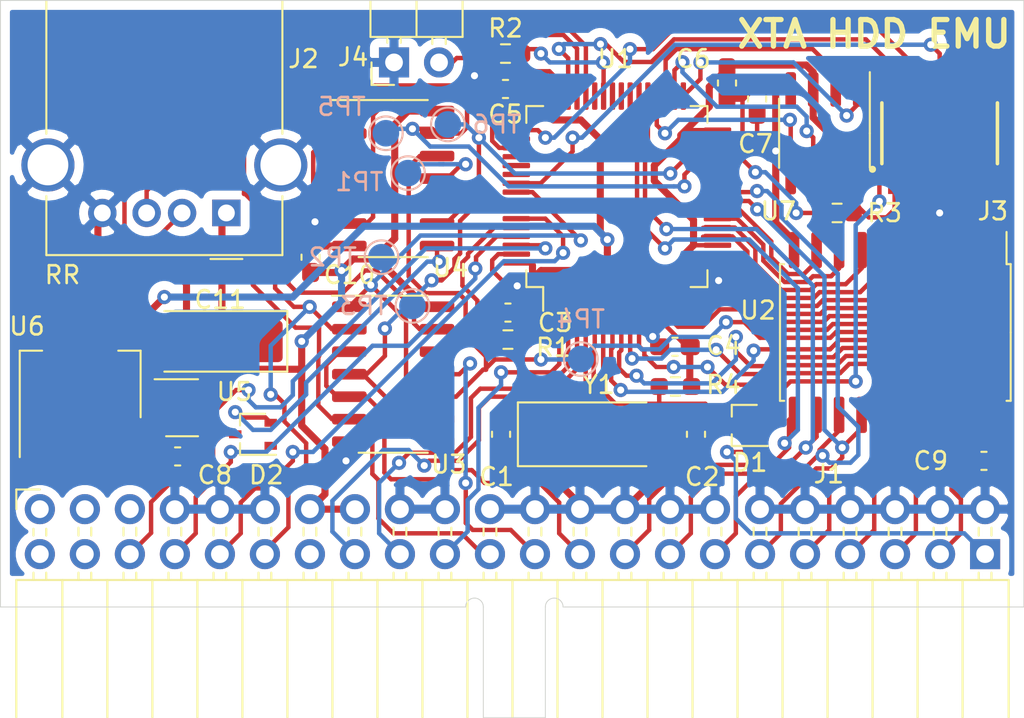
<source format=kicad_pcb>
(kicad_pcb (version 20171130) (host pcbnew "(5.1.9-0-10_14)")
  (layers (0 F.Cu signal hide) (31 B.Cu signal hide) (34 B.Paste user) (35 F.Paste user) (36 B.SilkS user) (37 F.SilkS user) (38 B.Mask user hide) (39 F.Mask user hide) (44 Edge.Cuts user))
  (net 0 "")
  (net 1 "Net-(U1-Pad58)")
  (net 2 "Net-(U1-Pad54)")
  (net 3 "Net-(U1-Pad53)")
  (net 4 "Net-(U1-Pad52)")
  (net 5 "Net-(U1-Pad50)")
  (net 6 "Net-(U1-Pad43)")
  (net 7 /D7)
  (net 8 /D6)
  (net 9 "Net-(U1-Pad36)")
  (net 10 "Net-(U1-Pad35)")
  (net 11 "Net-(U1-Pad34)")
  (net 12 "Net-(U1-Pad33)")
  (net 13 /D5)
  (net 14 /D4)
  (net 15 "Net-(U1-Pad23)")
  (net 16 "Net-(U1-Pad22)")
  (net 17 "Net-(U1-Pad21)")
  (net 18 "Net-(U1-Pad20)")
  (net 19 "Net-(U1-Pad17)")
  (net 20 "Net-(U1-Pad16)")
  (net 21 "Net-(U1-Pad15)")
  (net 22 "Net-(U1-Pad14)")
  (net 23 /D3)
  (net 24 /D2)
  (net 25 /D1)
  (net 26 /D0)
  (net 27 VCC)
  (net 28 GND)
  (net 29 "Net-(J1-Pad44)")
  (net 30 "Net-(J1-Pad43)")
  (net 31 "Net-(J1-Pad42)")
  (net 32 "Net-(J1-Pad41)")
  (net 33 "Net-(J1-Pad40)")
  (net 34 /IOCHRDY)
  (net 35 /IRQ)
  (net 36 /DRQ)
  (net 37 /nDACK)
  (net 38 "Net-(J1-Pad31)")
  (net 39 /A2)
  (net 40 /A1)
  (net 41 /A0)
  (net 42 /nCS)
  (net 43 /nIOWR)
  (net 44 /nIORD)
  (net 45 /nWR)
  (net 46 /nRD)
  (net 47 "Net-(U4-Pad3)")
  (net 48 "Net-(J2-Pad3)")
  (net 49 "Net-(J2-Pad2)")
  (net 50 "Net-(U3-Pad13)")
  (net 51 "Net-(C1-Pad1)")
  (net 52 "Net-(C2-Pad1)")
  (net 53 "Net-(R1-Pad1)")
  (net 54 +3V3)
  (net 55 "Net-(U1-Pad40)")
  (net 56 "Net-(U1-Pad39)")
  (net 57 "Net-(U1-Pad27)")
  (net 58 "Net-(U1-Pad26)")
  (net 59 /nIO_RDY)
  (net 60 /ACCESS)
  (net 61 "Net-(D1-Pad3)")
  (net 62 /HOST_nRST)
  (net 63 /V_USB)
  (net 64 "Net-(U5-Pad3)")
  (net 65 "Net-(J3-Pad8)")
  (net 66 "Net-(J3-Pad7)")
  (net 67 /SWD_nRST)
  (net 68 /SWCLK)
  (net 69 /SWIO)
  (net 70 /SWO)
  (net 71 /VUSB_ENA)
  (net 72 "Net-(D2-Pad2)")
  (net 73 "Net-(D2-Pad1)")
  (net 74 /RD_REG)
  (net 75 /RD_DMA)
  (net 76 "Net-(U6-Pad2)")
  (net 77 "Net-(J4-Pad2)")
  (net 78 "Net-(R2-Pad2)")
  (net 79 "Net-(U1-Pad41)")
  (net 80 "Net-(C7-Pad1)")
  (module Resistor_SMD:R_0603_1608Metric_Pad0.98x0.95mm_HandSolder (layer F.Cu) (at 98.6875 123.8)
    (fp_text reference R4 (at 2.7125 -0.1) (layer F.SilkS))
    (fp_text value 10k)
    (pad 1 smd roundrect (at -0.9125 0) (size 0.975 0.95) (layers F.Cu F.Paste F.Mask) (net 61 "Net-(D1-Pad3)"))
    (pad 2 smd roundrect (at 0.9125 0) (size 0.975 0.95) (layers F.Cu F.Paste F.Mask) (net 54 +3V3))
  )
  (module Resistor_SMD:R_0603_1608Metric_Pad0.98x0.95mm_HandSolder (layer F.Cu) (at 107.8125 114 180)
    (fp_text reference R3 (at -2.6875 0) (layer F.SilkS))
    (fp_text value 10k)
    (pad 2 smd roundrect (at 0.9125 0 180) (size 0.975 0.95) (layers F.Cu F.Paste F.Mask) (net 59 /nIO_RDY))
    (pad 1 smd roundrect (at -0.9125 0 180) (size 0.975 0.95) (layers F.Cu F.Paste F.Mask) (net 54 +3V3))
  )
  (module Package_TO_SOT_SMD:SOT-323_SC-70 (layer F.Cu) (at 74.85 126.5 180)
    (fp_text reference D2 (at -0.75 -2.3 180) (layer F.SilkS))
    (fp_text value BAT54A)
    (pad 3 smd rect (at 1 0 90) (size 0.45 0.7) (layers F.Cu F.Paste F.Mask) (net 34 /IOCHRDY))
    (pad 2 smd rect (at -1 0.65 90) (size 0.45 0.7) (layers F.Cu F.Paste F.Mask) (net 72 "Net-(D2-Pad2)"))
    (pad 1 smd rect (at -1 -0.65 90) (size 0.45 0.7) (layers F.Cu F.Paste F.Mask) (net 73 "Net-(D2-Pad1)"))
  )
  (module Package_TO_SOT_SMD:SOT-323_SC-70 (layer F.Cu) (at 102.6 126 180)
    (fp_text reference D1 (at -0.3 -2.1) (layer F.SilkS))
    (fp_text value BAT54A)
    (pad 3 smd rect (at 1 0 90) (size 0.45 0.7) (layers F.Cu F.Paste F.Mask) (net 61 "Net-(D1-Pad3)"))
    (pad 2 smd rect (at -1 0.65 90) (size 0.45 0.7) (layers F.Cu F.Paste F.Mask) (net 67 /SWD_nRST))
    (pad 1 smd rect (at -1 -0.65 90) (size 0.45 0.7) (layers F.Cu F.Paste F.Mask) (net 62 /HOST_nRST))
  )
  (module Connector_PinSocket_2.54mm:PinSocket_2x22_P2.54mm_Horizontal (layer F.Cu) (at 62.824 130.727 90)
    (fp_text reference J1 (at 1.977 44.526) (layer F.SilkS))
    (fp_text value Conn_02x22_Odd_Even)
    (pad 1 thru_hole rect (at -2.54 53.34 90) (size 1.7 1.7) (drill 1) (layers *.Cu *.Mask) (net 62 /HOST_nRST))
    (pad 2 thru_hole oval (at 0 53.34 90) (size 1.7 1.7) (drill 1) (layers *.Cu *.Mask) (net 28 GND))
    (pad 3 thru_hole oval (at -2.54 50.8 90) (size 1.7 1.7) (drill 1) (layers *.Cu *.Mask) (net 26 /D0))
    (pad 4 thru_hole oval (at 0 50.8 90) (size 1.7 1.7) (drill 1) (layers *.Cu *.Mask) (net 28 GND))
    (pad 5 thru_hole oval (at -2.54 48.26 90) (size 1.7 1.7) (drill 1) (layers *.Cu *.Mask) (net 25 /D1))
    (pad 6 thru_hole oval (at 0 48.26 90) (size 1.7 1.7) (drill 1) (layers *.Cu *.Mask) (net 28 GND))
    (pad 7 thru_hole oval (at -2.54 45.72 90) (size 1.7 1.7) (drill 1) (layers *.Cu *.Mask) (net 24 /D2))
    (pad 8 thru_hole oval (at 0 45.72 90) (size 1.7 1.7) (drill 1) (layers *.Cu *.Mask) (net 28 GND))
    (pad 9 thru_hole oval (at -2.54 43.18 90) (size 1.7 1.7) (drill 1) (layers *.Cu *.Mask) (net 23 /D3))
    (pad 10 thru_hole oval (at 0 43.18 90) (size 1.7 1.7) (drill 1) (layers *.Cu *.Mask) (net 28 GND))
    (pad 11 thru_hole oval (at -2.54 40.64 90) (size 1.7 1.7) (drill 1) (layers *.Cu *.Mask) (net 14 /D4))
    (pad 12 thru_hole oval (at 0 40.64 90) (size 1.7 1.7) (drill 1) (layers *.Cu *.Mask) (net 28 GND))
    (pad 13 thru_hole oval (at -2.54 38.1 90) (size 1.7 1.7) (drill 1) (layers *.Cu *.Mask) (net 13 /D5))
    (pad 14 thru_hole oval (at 0 38.1 90) (size 1.7 1.7) (drill 1) (layers *.Cu *.Mask) (net 28 GND))
    (pad 15 thru_hole oval (at -2.54 35.56 90) (size 1.7 1.7) (drill 1) (layers *.Cu *.Mask) (net 8 /D6))
    (pad 16 thru_hole oval (at 0 35.56 90) (size 1.7 1.7) (drill 1) (layers *.Cu *.Mask) (net 28 GND))
    (pad 17 thru_hole oval (at -2.54 33.02 90) (size 1.7 1.7) (drill 1) (layers *.Cu *.Mask) (net 7 /D7))
    (pad 18 thru_hole oval (at 0 33.02 90) (size 1.7 1.7) (drill 1) (layers *.Cu *.Mask) (net 28 GND))
    (pad 19 thru_hole oval (at -2.54 30.48 90) (size 1.7 1.7) (drill 1) (layers *.Cu *.Mask) (net 44 /nIORD))
    (pad 20 thru_hole oval (at 0 30.48 90) (size 1.7 1.7) (drill 1) (layers *.Cu *.Mask) (net 28 GND))
    (pad 21 thru_hole oval (at -2.54 27.94 90) (size 1.7 1.7) (drill 1) (layers *.Cu *.Mask) (net 43 /nIOWR))
    (pad 22 thru_hole oval (at 0 27.94 90) (size 1.7 1.7) (drill 1) (layers *.Cu *.Mask) (net 28 GND))
    (pad 23 thru_hole oval (at -2.54 25.4 90) (size 1.7 1.7) (drill 1) (layers *.Cu *.Mask) (net 42 /nCS))
    (pad 24 thru_hole oval (at 0 25.4 90) (size 1.7 1.7) (drill 1) (layers *.Cu *.Mask) (net 28 GND))
    (pad 25 thru_hole oval (at -2.54 22.86 90) (size 1.7 1.7) (drill 1) (layers *.Cu *.Mask) (net 41 /A0))
    (pad 26 thru_hole oval (at 0 22.86 90) (size 1.7 1.7) (drill 1) (layers *.Cu *.Mask) (net 28 GND))
    (pad 27 thru_hole oval (at -2.54 20.32 90) (size 1.7 1.7) (drill 1) (layers *.Cu *.Mask) (net 40 /A1))
    (pad 28 thru_hole oval (at 0 20.32 90) (size 1.7 1.7) (drill 1) (layers *.Cu *.Mask) (net 28 GND))
    (pad 29 thru_hole oval (at -2.54 17.78 90) (size 1.7 1.7) (drill 1) (layers *.Cu *.Mask) (net 39 /A2))
    (pad 30 thru_hole oval (at 0 17.78 90) (size 1.7 1.7) (drill 1) (layers *.Cu *.Mask) (net 27 VCC))
    (pad 31 thru_hole oval (at -2.54 15.24 90) (size 1.7 1.7) (drill 1) (layers *.Cu *.Mask) (net 38 "Net-(J1-Pad31)"))
    (pad 32 thru_hole oval (at 0 15.24 90) (size 1.7 1.7) (drill 1) (layers *.Cu *.Mask) (net 27 VCC))
    (pad 33 thru_hole oval (at -2.54 12.7 90) (size 1.7 1.7) (drill 1) (layers *.Cu *.Mask) (net 37 /nDACK))
    (pad 34 thru_hole oval (at 0 12.7 90) (size 1.7 1.7) (drill 1) (layers *.Cu *.Mask) (net 28 GND))
    (pad 35 thru_hole oval (at -2.54 10.16 90) (size 1.7 1.7) (drill 1) (layers *.Cu *.Mask) (net 36 /DRQ))
    (pad 36 thru_hole oval (at 0 10.16 90) (size 1.7 1.7) (drill 1) (layers *.Cu *.Mask) (net 28 GND))
    (pad 37 thru_hole oval (at -2.54 7.62 90) (size 1.7 1.7) (drill 1) (layers *.Cu *.Mask) (net 35 /IRQ))
    (pad 38 thru_hole oval (at 0 7.62 90) (size 1.7 1.7) (drill 1) (layers *.Cu *.Mask) (net 28 GND))
    (pad 39 thru_hole oval (at -2.54 5.08 90) (size 1.7 1.7) (drill 1) (layers *.Cu *.Mask) (net 34 /IOCHRDY))
    (pad 40 thru_hole oval (at 0 5.08 90) (size 1.7 1.7) (drill 1) (layers *.Cu *.Mask) (net 33 "Net-(J1-Pad40)"))
    (pad 41 thru_hole oval (at -2.54 2.54 90) (size 1.7 1.7) (drill 1) (layers *.Cu *.Mask) (net 32 "Net-(J1-Pad41)"))
    (pad 42 thru_hole oval (at 0 2.54 90) (size 1.7 1.7) (drill 1) (layers *.Cu *.Mask) (net 31 "Net-(J1-Pad42)"))
    (pad 43 thru_hole oval (at -2.54 0 90) (size 1.7 1.7) (drill 1) (layers *.Cu *.Mask) (net 30 "Net-(J1-Pad43)"))
    (pad 44 thru_hole oval (at 0 0 90) (size 1.7 1.7) (drill 1) (layers *.Cu *.Mask) (net 29 "Net-(J1-Pad44)"))
  )
  (module TestPoint:TestPoint_Pad_D1.5mm (layer B.Cu) (at 85.85 109 90)
    (fp_text reference TP6 (at 0 2.75) (layer B.SilkS) (effects (justify mirror)))
    (fp_text value TestPoint)
    (pad 1 smd circle (at 0 0 90) (size 1.5 1.5) (layers B.Cu B.Mask) (net 59 /nIO_RDY))
  )
  (module TestPoint:TestPoint_Pad_D1.5mm (layer B.Cu) (at 82.35 109.5 90)
    (fp_text reference TP5 (at 1.5 -2.5) (layer B.SilkS) (effects (justify mirror)))
    (fp_text value TestPoint)
    (pad 1 smd circle (at 0 0 90) (size 1.5 1.5) (layers B.Cu B.Mask) (net 45 /nWR))
  )
  (module TestPoint:TestPoint_Pad_D1.5mm (layer B.Cu) (at 93.35 122.25 90)
    (fp_text reference TP4 (at 2.25 0) (layer B.SilkS) (effects (justify mirror)))
    (fp_text value TestPoint)
    (pad 1 smd circle (at 0 0 90) (size 1.5 1.5) (layers B.Cu B.Mask) (net 46 /nRD))
  )
  (module TestPoint:TestPoint_Pad_D1.5mm (layer B.Cu) (at 83.85 119.25 90)
    (fp_text reference TP3 (at 0 -2.75) (layer B.SilkS) (effects (justify mirror)))
    (fp_text value TestPoint)
    (pad 1 smd circle (at 0 0 90) (size 1.5 1.5) (layers B.Cu B.Mask) (net 74 /RD_REG))
  )
  (module TestPoint:TestPoint_Pad_D1.5mm (layer B.Cu) (at 82.1 116.5 90)
    (fp_text reference TP2 (at 0 -2.75) (layer B.SilkS) (effects (justify mirror)))
    (fp_text value TestPoint)
    (pad 1 smd circle (at 0 0 90) (size 1.5 1.5) (layers B.Cu B.Mask) (net 75 /RD_DMA))
  )
  (module Package_TO_SOT_SMD:SOT-223-5 (layer F.Cu) (at 65.1 123.75 90)
    (fp_text reference U6 (at 3.35 -3) (layer F.SilkS))
    (fp_text value LP38693MP-3.3)
    (pad 1 smd rect (at -3.05 -2.25 90) (size 2.2 1) (layers F.Cu F.Paste F.Mask) (net 27 VCC))
    (pad 3 smd rect (at -3.05 0.75 90) (size 2.2 1) (layers F.Cu F.Paste F.Mask) (net 54 +3V3))
    (pad 5 smd rect (at 3.25 0 90) (size 1.8 3.4) (layers F.Cu F.Paste F.Mask) (net 28 GND))
    (pad 2 smd rect (at -3.05 -0.75 90) (size 2.2 1) (layers F.Cu F.Paste F.Mask) (net 76 "Net-(U6-Pad2)"))
    (pad 4 smd rect (at -3.05 2.25 90) (size 2.2 1) (layers F.Cu F.Paste F.Mask) (net 27 VCC))
  )
  (module FTSH-105-XX-X-DV:SAMTEC_FTSH-105-XX-X-DV (layer F.Cu) (at 113.6 109.5)
    (fp_text reference J3 (at 3 4.4 180) (layer F.SilkS))
    (fp_text value Conn_ARM_JTAG_SWD_10)
    (pad 4 smd rect (at -1.27 -2.035) (size 0.74 2.79) (layers F.Cu F.Paste F.Mask) (net 68 /SWCLK))
    (pad 3 smd rect (at -1.27 2.035) (size 0.74 2.79) (layers F.Cu F.Paste F.Mask) (net 28 GND))
    (pad 2 smd rect (at -2.54 -2.035) (size 0.74 2.79) (layers F.Cu F.Paste F.Mask) (net 69 /SWIO))
    (pad 1 smd rect (at -2.54 2.035) (size 0.74 2.79) (layers F.Cu F.Paste F.Mask) (net 54 +3V3))
    (pad 10 smd rect (at 2.54 -2.035) (size 0.74 2.79) (layers F.Cu F.Paste F.Mask) (net 67 /SWD_nRST))
    (pad 9 smd rect (at 2.54 2.035) (size 0.74 2.79) (layers F.Cu F.Paste F.Mask) (net 28 GND))
    (pad 8 smd rect (at 1.27 -2.035) (size 0.74 2.79) (layers F.Cu F.Paste F.Mask) (net 65 "Net-(J3-Pad8)"))
    (pad 7 smd rect (at 1.27 2.035) (size 0.74 2.79) (layers F.Cu F.Paste F.Mask) (net 66 "Net-(J3-Pad7)"))
    (pad 6 smd rect (at 0 -2.035) (size 0.74 2.79) (layers F.Cu F.Paste F.Mask) (net 70 /SWO))
    (pad 5 smd rect (at 0 2.035) (size 0.74 2.79) (layers F.Cu F.Paste F.Mask) (net 28 GND))
  )
  (module Package_SO:SOIC-8_3.9x4.9mm_P1.27mm (layer F.Cu) (at 107.1 109.5 270)
    (fp_text reference U7 (at 4.4 2.6 180) (layer F.SilkS))
    (fp_text value S25FL127SABMFI101)
    (pad 8 smd roundrect (at 2.475 -1.905 270) (size 1.95 0.6) (layers F.Cu F.Paste F.Mask) (net 54 +3V3))
    (pad 7 smd roundrect (at 2.475 -0.635 270) (size 1.95 0.6) (layers F.Cu F.Paste F.Mask) (net 54 +3V3))
    (pad 6 smd roundrect (at 2.475 0.635 270) (size 1.95 0.6) (layers F.Cu F.Paste F.Mask) (net 11 "Net-(U1-Pad34)"))
    (pad 5 smd roundrect (at 2.475 1.905 270) (size 1.95 0.6) (layers F.Cu F.Paste F.Mask) (net 9 "Net-(U1-Pad36)"))
    (pad 4 smd roundrect (at -2.475 1.905 270) (size 1.95 0.6) (layers F.Cu F.Paste F.Mask) (net 28 GND))
    (pad 3 smd roundrect (at -2.475 0.635 270) (size 1.95 0.6) (layers F.Cu F.Paste F.Mask) (net 54 +3V3))
    (pad 2 smd roundrect (at -2.475 -0.635 270) (size 1.95 0.6) (layers F.Cu F.Paste F.Mask) (net 10 "Net-(U1-Pad35)"))
    (pad 1 smd roundrect (at -2.475 -1.905 270) (size 1.95 0.6) (layers F.Cu F.Paste F.Mask) (net 12 "Net-(U1-Pad33)"))
  )
  (module Resistor_SMD:R_0603_1608Metric_Pad0.98x0.95mm_HandSolder (layer F.Cu) (at 89.1 105)
    (fp_text reference R2 (at 0 -1.43) (layer F.SilkS))
    (fp_text value 220)
    (pad 2 smd roundrect (at 0.9125 0) (size 0.975 0.95) (layers F.Cu F.Paste F.Mask) (net 78 "Net-(R2-Pad2)"))
    (pad 1 smd roundrect (at -0.9125 0) (size 0.975 0.95) (layers F.Cu F.Paste F.Mask) (net 77 "Net-(J4-Pad2)"))
  )
  (module Connector_PinHeader_2.54mm:PinHeader_1x02_P2.54mm_Horizontal (layer F.Cu) (at 82.81 105.5 90)
    (fp_text reference J4 (at 0.3 -2.31) (layer F.SilkS))
    (fp_text value Conn_01x02_Male)
    (pad 2 thru_hole oval (at 0 2.54 90) (size 1.7 1.7) (drill 1) (layers *.Cu *.Mask) (net 77 "Net-(J4-Pad2)"))
    (pad 1 thru_hole rect (at 0 0 90) (size 1.7 1.7) (drill 1) (layers *.Cu *.Mask) (net 28 GND))
  )
  (module TestPoint:TestPoint_Pad_D1.5mm (layer B.Cu) (at 83.6 111.75 90)
    (fp_text reference TP1 (at -0.5 -2.75) (layer B.SilkS) (effects (justify mirror)))
    (fp_text value TestPoint)
    (pad 1 smd circle (at 0 0 90) (size 1.5 1.5) (layers B.Cu B.Mask) (net 60 /ACCESS))
  )
  (module Connector_USB:USB_A_Molex_67643_Horizontal (layer F.Cu) (at 73.35 114 180)
    (fp_text reference J2 (at -4.35 8.7) (layer F.SilkS))
    (fp_text value USB_A)
    (pad 4 thru_hole circle (at 7 0 180) (size 1.6 1.6) (drill 0.95) (layers *.Cu *.Mask) (net 28 GND))
    (pad 3 thru_hole circle (at 4.5 0 180) (size 1.6 1.6) (drill 0.95) (layers *.Cu *.Mask) (net 48 "Net-(J2-Pad3)"))
    (pad 2 thru_hole circle (at 2.5 0 180) (size 1.6 1.6) (drill 0.95) (layers *.Cu *.Mask) (net 49 "Net-(J2-Pad2)"))
    (pad 1 thru_hole rect (at 0 0 180) (size 1.6 1.5) (drill 0.95) (layers *.Cu *.Mask) (net 63 /V_USB))
    (pad 5 thru_hole circle (at 10.07 2.71 180) (size 3 3) (drill 2.3) (layers *.Cu *.Mask) (net 28 GND))
    (pad 5 thru_hole circle (at -3.07 2.71 180) (size 3 3) (drill 2.3) (layers *.Cu *.Mask) (net 28 GND))
  )
  (module Capacitor_Tantalum_SMD:CP_EIA-6032-28_Kemet-C_Pad2.25x2.35mm_HandSolder (layer F.Cu) (at 72.85 121.25 180)
    (fp_text reference C11 (at -0.15 2.35) (layer F.SilkS))
    (fp_text value 150u)
    (pad 2 smd roundrect (at 2.55 0 180) (size 2.25 2.35) (layers F.Cu F.Paste F.Mask) (roundrect_rratio 0.111111) (net 28 GND))
    (pad 1 smd roundrect (at -2.55 0 180) (size 2.25 2.35) (layers F.Cu F.Paste F.Mask) (roundrect_rratio 0.111111) (net 63 /V_USB))
  )
  (module Capacitor_SMD:C_0603_1608Metric_Pad1.08x0.95mm_HandSolder (layer F.Cu) (at 103.3 107.5625 90)
    (fp_text reference C7 (at -2.5375 -0.1 180) (layer F.SilkS))
    (fp_text value 4.7u)
    (pad 2 smd roundrect (at 0.8625 0 90) (size 1.075 0.95) (layers F.Cu F.Paste F.Mask) (net 28 GND))
    (pad 1 smd roundrect (at -0.8625 0 90) (size 1.075 0.95) (layers F.Cu F.Paste F.Mask) (net 80 "Net-(C7-Pad1)"))
  )
  (module Capacitor_SMD:C_0603_1608Metric_Pad1.08x0.95mm_HandSolder (layer F.Cu) (at 78.1 116.5 90)
    (fp_text reference C10 (at -1 2.2 180) (layer F.SilkS))
    (fp_text value 100n)
    (pad 2 smd roundrect (at 0.8625 0 90) (size 1.075 0.95) (layers F.Cu F.Paste F.Mask) (net 28 GND))
    (pad 1 smd roundrect (at -0.8625 0 90) (size 1.075 0.95) (layers F.Cu F.Paste F.Mask) (net 27 VCC))
  )
  (module Capacitor_SMD:C_0603_1608Metric_Pad1.08x0.95mm_HandSolder (layer F.Cu) (at 116.1 128 180)
    (fp_text reference C9 (at 3 0) (layer F.SilkS))
    (fp_text value 100n)
    (pad 2 smd roundrect (at 0.8625 0 180) (size 1.075 0.95) (layers F.Cu F.Paste F.Mask) (net 28 GND))
    (pad 1 smd roundrect (at -0.8625 0 180) (size 1.075 0.95) (layers F.Cu F.Paste F.Mask) (net 27 VCC))
  )
  (module Capacitor_SMD:C_0603_1608Metric_Pad1.08x0.95mm_HandSolder (layer F.Cu) (at 70.6 127.75 180)
    (fp_text reference C8 (at -2.1 -1.05 180) (layer F.SilkS))
    (fp_text value 4.7u)
    (pad 2 smd roundrect (at 0.8625 0 180) (size 1.075 0.95) (layers F.Cu F.Paste F.Mask) (net 28 GND))
    (pad 1 smd roundrect (at -0.8625 0 180) (size 1.075 0.95) (layers F.Cu F.Paste F.Mask) (net 27 VCC))
  )
  (module Package_SO:SOIC-20W_7.5x12.8mm_P1.27mm (layer F.Cu) (at 111.1 120.75 270)
    (fp_text reference U2 (at -1.25 7.75) (layer F.SilkS))
    (fp_text value 74LS245)
    (pad 20 smd roundrect (at 4.65 -5.715 270) (size 2.05 0.6) (layers F.Cu F.Paste F.Mask) (net 27 VCC))
    (pad 19 smd roundrect (at 4.65 -4.445 270) (size 2.05 0.6) (layers F.Cu F.Paste F.Mask) (net 46 /nRD))
    (pad 18 smd roundrect (at 4.65 -3.175 270) (size 2.05 0.6) (layers F.Cu F.Paste F.Mask) (net 26 /D0))
    (pad 17 smd roundrect (at 4.65 -1.905 270) (size 2.05 0.6) (layers F.Cu F.Paste F.Mask) (net 25 /D1))
    (pad 16 smd roundrect (at 4.65 -0.635 270) (size 2.05 0.6) (layers F.Cu F.Paste F.Mask) (net 24 /D2))
    (pad 15 smd roundrect (at 4.65 0.635 270) (size 2.05 0.6) (layers F.Cu F.Paste F.Mask) (net 23 /D3))
    (pad 14 smd roundrect (at 4.65 1.905 270) (size 2.05 0.6) (layers F.Cu F.Paste F.Mask) (net 14 /D4))
    (pad 13 smd roundrect (at 4.65 3.175 270) (size 2.05 0.6) (layers F.Cu F.Paste F.Mask) (net 13 /D5))
    (pad 12 smd roundrect (at 4.65 4.445 270) (size 2.05 0.6) (layers F.Cu F.Paste F.Mask) (net 8 /D6))
    (pad 11 smd roundrect (at 4.65 5.715 270) (size 2.05 0.6) (layers F.Cu F.Paste F.Mask) (net 7 /D7))
    (pad 10 smd roundrect (at -4.65 5.715 270) (size 2.05 0.6) (layers F.Cu F.Paste F.Mask) (net 28 GND))
    (pad 9 smd roundrect (at -4.65 4.445 270) (size 2.05 0.6) (layers F.Cu F.Paste F.Mask) (net 15 "Net-(U1-Pad23)"))
    (pad 8 smd roundrect (at -4.65 3.175 270) (size 2.05 0.6) (layers F.Cu F.Paste F.Mask) (net 16 "Net-(U1-Pad22)"))
    (pad 7 smd roundrect (at -4.65 1.905 270) (size 2.05 0.6) (layers F.Cu F.Paste F.Mask) (net 17 "Net-(U1-Pad21)"))
    (pad 6 smd roundrect (at -4.65 0.635 270) (size 2.05 0.6) (layers F.Cu F.Paste F.Mask) (net 18 "Net-(U1-Pad20)"))
    (pad 5 smd roundrect (at -4.65 -0.635 270) (size 2.05 0.6) (layers F.Cu F.Paste F.Mask) (net 19 "Net-(U1-Pad17)"))
    (pad 4 smd roundrect (at -4.65 -1.905 270) (size 2.05 0.6) (layers F.Cu F.Paste F.Mask) (net 20 "Net-(U1-Pad16)"))
    (pad 3 smd roundrect (at -4.65 -3.175 270) (size 2.05 0.6) (layers F.Cu F.Paste F.Mask) (net 21 "Net-(U1-Pad15)"))
    (pad 2 smd roundrect (at -4.65 -4.445 270) (size 2.05 0.6) (layers F.Cu F.Paste F.Mask) (net 22 "Net-(U1-Pad14)"))
    (pad 1 smd roundrect (at -4.65 -5.715 270) (size 2.05 0.6) (layers F.Cu F.Paste F.Mask) (net 27 VCC))
  )
  (module Package_TO_SOT_SMD:SOT-23-5 (layer F.Cu) (at 70.85 125)
    (fp_text reference U5 (at 2.95 -0.9 180) (layer F.SilkS))
    (fp_text value TPS2051B)
    (pad 5 smd rect (at 1.1 -0.95) (size 1.06 0.65) (layers F.Cu F.Paste F.Mask) (net 27 VCC))
    (pad 4 smd rect (at 1.1 0.95) (size 1.06 0.65) (layers F.Cu F.Paste F.Mask) (net 71 /VUSB_ENA))
    (pad 3 smd rect (at -1.1 0.95) (size 1.06 0.65) (layers F.Cu F.Paste F.Mask) (net 64 "Net-(U5-Pad3)"))
    (pad 2 smd rect (at -1.1 0) (size 1.06 0.65) (layers F.Cu F.Paste F.Mask) (net 28 GND))
    (pad 1 smd rect (at -1.1 -0.95) (size 1.06 0.65) (layers F.Cu F.Paste F.Mask) (net 63 /V_USB))
  )
  (module Capacitor_SMD:C_0603_1608Metric_Pad1.08x0.95mm_HandSolder (layer F.Cu) (at 101.6 106.6625 270)
    (fp_text reference C6 (at -1.3625 1.9) (layer F.SilkS))
    (fp_text value 100n)
    (pad 2 smd roundrect (at 0.8625 0 270) (size 1.075 0.95) (layers F.Cu F.Paste F.Mask) (net 28 GND))
    (pad 1 smd roundrect (at -0.8625 0 270) (size 1.075 0.95) (layers F.Cu F.Paste F.Mask) (net 54 +3V3))
  )
  (module Capacitor_SMD:C_0603_1608Metric_Pad1.08x0.95mm_HandSolder (layer F.Cu) (at 89.1 107 180)
    (fp_text reference C5 (at 0 -1.43) (layer F.SilkS))
    (fp_text value 100n)
    (pad 2 smd roundrect (at 0.8625 0 180) (size 1.075 0.95) (layers F.Cu F.Paste F.Mask) (net 28 GND))
    (pad 1 smd roundrect (at -0.8625 0 180) (size 1.075 0.95) (layers F.Cu F.Paste F.Mask) (net 54 +3V3))
  )
  (module Capacitor_SMD:C_0603_1608Metric_Pad1.08x0.95mm_HandSolder (layer F.Cu) (at 98.6625 121.5576 180)
    (fp_text reference C4 (at -2.7375 0.0576 180) (layer F.SilkS))
    (fp_text value 100n)
    (pad 2 smd roundrect (at 0.8625 0 180) (size 1.075 0.95) (layers F.Cu F.Paste F.Mask) (net 28 GND))
    (pad 1 smd roundrect (at -0.8625 0 180) (size 1.075 0.95) (layers F.Cu F.Paste F.Mask) (net 54 +3V3))
  )
  (module Capacitor_SMD:C_0603_1608Metric_Pad1.08x0.95mm_HandSolder (layer F.Cu) (at 89.2389 119.6272 180)
    (fp_text reference C3 (at -2.6611 -0.5728) (layer F.SilkS))
    (fp_text value 100n)
    (pad 2 smd roundrect (at 0.8625 0 180) (size 1.075 0.95) (layers F.Cu F.Paste F.Mask) (net 28 GND))
    (pad 1 smd roundrect (at -0.8625 0 180) (size 1.075 0.95) (layers F.Cu F.Paste F.Mask) (net 54 +3V3))
  )
  (module Package_QFP:LQFP-64_10x10mm_P0.5mm (layer F.Cu) (at 95.3868 113.074 90)
    (fp_text reference U1 (at 7.774 -0.0868) (layer F.SilkS))
    (fp_text value STM32F446RETx)
    (pad 64 smd roundrect (at -3.75 -5.675 90) (size 0.3 1.55) (layers F.Cu F.Paste F.Mask) (net 54 +3V3))
    (pad 63 smd roundrect (at -3.25 -5.675 90) (size 0.3 1.55) (layers F.Cu F.Paste F.Mask) (net 28 GND))
    (pad 62 smd roundrect (at -2.75 -5.675 90) (size 0.3 1.55) (layers F.Cu F.Paste F.Mask) (net 71 /VUSB_ENA))
    (pad 61 smd roundrect (at -2.25 -5.675 90) (size 0.3 1.55) (layers F.Cu F.Paste F.Mask) (net 35 /IRQ))
    (pad 60 smd roundrect (at -1.75 -5.675 90) (size 0.3 1.55) (layers F.Cu F.Paste F.Mask) (net 53 "Net-(R1-Pad1)"))
    (pad 59 smd roundrect (at -1.25 -5.675 90) (size 0.3 1.55) (layers F.Cu F.Paste F.Mask) (net 36 /DRQ))
    (pad 58 smd roundrect (at -0.75 -5.675 90) (size 0.3 1.55) (layers F.Cu F.Paste F.Mask) (net 1 "Net-(U1-Pad58)"))
    (pad 57 smd roundrect (at -0.25 -5.675 90) (size 0.3 1.55) (layers F.Cu F.Paste F.Mask) (net 74 /RD_REG))
    (pad 56 smd roundrect (at 0.25 -5.675 90) (size 0.3 1.55) (layers F.Cu F.Paste F.Mask) (net 75 /RD_DMA))
    (pad 55 smd roundrect (at 0.75 -5.675 90) (size 0.3 1.55) (layers F.Cu F.Paste F.Mask) (net 70 /SWO))
    (pad 54 smd roundrect (at 1.25 -5.675 90) (size 0.3 1.55) (layers F.Cu F.Paste F.Mask) (net 2 "Net-(U1-Pad54)"))
    (pad 53 smd roundrect (at 1.75 -5.675 90) (size 0.3 1.55) (layers F.Cu F.Paste F.Mask) (net 3 "Net-(U1-Pad53)"))
    (pad 52 smd roundrect (at 2.25 -5.675 90) (size 0.3 1.55) (layers F.Cu F.Paste F.Mask) (net 4 "Net-(U1-Pad52)"))
    (pad 51 smd roundrect (at 2.75 -5.675 90) (size 0.3 1.55) (layers F.Cu F.Paste F.Mask) (net 42 /nCS))
    (pad 50 smd roundrect (at 3.25 -5.675 90) (size 0.3 1.55) (layers F.Cu F.Paste F.Mask) (net 5 "Net-(U1-Pad50)"))
    (pad 49 smd roundrect (at 3.75 -5.675 90) (size 0.3 1.55) (layers F.Cu F.Paste F.Mask) (net 68 /SWCLK))
    (pad 48 smd roundrect (at 5.675 -3.75 90) (size 1.55 0.3) (layers F.Cu F.Paste F.Mask) (net 54 +3V3))
    (pad 47 smd roundrect (at 5.675 -3.25 90) (size 1.55 0.3) (layers F.Cu F.Paste F.Mask) (net 28 GND))
    (pad 46 smd roundrect (at 5.675 -2.75 90) (size 1.55 0.3) (layers F.Cu F.Paste F.Mask) (net 69 /SWIO))
    (pad 45 smd roundrect (at 5.675 -2.25 90) (size 1.55 0.3) (layers F.Cu F.Paste F.Mask) (net 48 "Net-(J2-Pad3)"))
    (pad 44 smd roundrect (at 5.675 -1.75 90) (size 1.55 0.3) (layers F.Cu F.Paste F.Mask) (net 49 "Net-(J2-Pad2)"))
    (pad 43 smd roundrect (at 5.675 -1.25 90) (size 1.55 0.3) (layers F.Cu F.Paste F.Mask) (net 6 "Net-(U1-Pad43)"))
    (pad 42 smd roundrect (at 5.675 -0.75 90) (size 1.55 0.3) (layers F.Cu F.Paste F.Mask) (net 78 "Net-(R2-Pad2)"))
    (pad 41 smd roundrect (at 5.675 -0.25 90) (size 1.55 0.3) (layers F.Cu F.Paste F.Mask) (net 79 "Net-(U1-Pad41)"))
    (pad 40 smd roundrect (at 5.675 0.25 90) (size 1.55 0.3) (layers F.Cu F.Paste F.Mask) (net 55 "Net-(U1-Pad40)"))
    (pad 39 smd roundrect (at 5.675 0.75 90) (size 1.55 0.3) (layers F.Cu F.Paste F.Mask) (net 56 "Net-(U1-Pad39)"))
    (pad 38 smd roundrect (at 5.675 1.25 90) (size 1.55 0.3) (layers F.Cu F.Paste F.Mask) (net 7 /D7))
    (pad 37 smd roundrect (at 5.675 1.75 90) (size 1.55 0.3) (layers F.Cu F.Paste F.Mask) (net 8 /D6))
    (pad 36 smd roundrect (at 5.675 2.25 90) (size 1.55 0.3) (layers F.Cu F.Paste F.Mask) (net 9 "Net-(U1-Pad36)"))
    (pad 35 smd roundrect (at 5.675 2.75 90) (size 1.55 0.3) (layers F.Cu F.Paste F.Mask) (net 10 "Net-(U1-Pad35)"))
    (pad 34 smd roundrect (at 5.675 3.25 90) (size 1.55 0.3) (layers F.Cu F.Paste F.Mask) (net 11 "Net-(U1-Pad34)"))
    (pad 33 smd roundrect (at 5.675 3.75 90) (size 1.55 0.3) (layers F.Cu F.Paste F.Mask) (net 12 "Net-(U1-Pad33)"))
    (pad 32 smd roundrect (at 3.75 5.675 90) (size 0.3 1.55) (layers F.Cu F.Paste F.Mask) (net 54 +3V3))
    (pad 31 smd roundrect (at 3.25 5.675 90) (size 0.3 1.55) (layers F.Cu F.Paste F.Mask) (net 28 GND))
    (pad 30 smd roundrect (at 2.75 5.675 90) (size 0.3 1.55) (layers F.Cu F.Paste F.Mask) (net 80 "Net-(C7-Pad1)"))
    (pad 29 smd roundrect (at 2.25 5.675 90) (size 0.3 1.55) (layers F.Cu F.Paste F.Mask) (net 59 /nIO_RDY))
    (pad 28 smd roundrect (at 1.75 5.675 90) (size 0.3 1.55) (layers F.Cu F.Paste F.Mask) (net 45 /nWR))
    (pad 27 smd roundrect (at 1.25 5.675 90) (size 0.3 1.55) (layers F.Cu F.Paste F.Mask) (net 57 "Net-(U1-Pad27)"))
    (pad 26 smd roundrect (at 0.75 5.675 90) (size 0.3 1.55) (layers F.Cu F.Paste F.Mask) (net 58 "Net-(U1-Pad26)"))
    (pad 25 smd roundrect (at 0.25 5.675 90) (size 0.3 1.55) (layers F.Cu F.Paste F.Mask) (net 13 /D5))
    (pad 24 smd roundrect (at -0.25 5.675 90) (size 0.3 1.55) (layers F.Cu F.Paste F.Mask) (net 14 /D4))
    (pad 23 smd roundrect (at -0.75 5.675 90) (size 0.3 1.55) (layers F.Cu F.Paste F.Mask) (net 15 "Net-(U1-Pad23)"))
    (pad 22 smd roundrect (at -1.25 5.675 90) (size 0.3 1.55) (layers F.Cu F.Paste F.Mask) (net 16 "Net-(U1-Pad22)"))
    (pad 21 smd roundrect (at -1.75 5.675 90) (size 0.3 1.55) (layers F.Cu F.Paste F.Mask) (net 17 "Net-(U1-Pad21)"))
    (pad 20 smd roundrect (at -2.25 5.675 90) (size 0.3 1.55) (layers F.Cu F.Paste F.Mask) (net 18 "Net-(U1-Pad20)"))
    (pad 19 smd roundrect (at -2.75 5.675 90) (size 0.3 1.55) (layers F.Cu F.Paste F.Mask) (net 54 +3V3))
    (pad 18 smd roundrect (at -3.25 5.675 90) (size 0.3 1.55) (layers F.Cu F.Paste F.Mask) (net 28 GND))
    (pad 17 smd roundrect (at -3.75 5.675 90) (size 0.3 1.55) (layers F.Cu F.Paste F.Mask) (net 19 "Net-(U1-Pad17)"))
    (pad 16 smd roundrect (at -5.675 3.75 90) (size 1.55 0.3) (layers F.Cu F.Paste F.Mask) (net 20 "Net-(U1-Pad16)"))
    (pad 15 smd roundrect (at -5.675 3.25 90) (size 1.55 0.3) (layers F.Cu F.Paste F.Mask) (net 21 "Net-(U1-Pad15)"))
    (pad 14 smd roundrect (at -5.675 2.75 90) (size 1.55 0.3) (layers F.Cu F.Paste F.Mask) (net 22 "Net-(U1-Pad14)"))
    (pad 13 smd roundrect (at -5.675 2.25 90) (size 1.55 0.3) (layers F.Cu F.Paste F.Mask) (net 54 +3V3))
    (pad 12 smd roundrect (at -5.675 1.75 90) (size 1.55 0.3) (layers F.Cu F.Paste F.Mask) (net 28 GND))
    (pad 11 smd roundrect (at -5.675 1.25 90) (size 1.55 0.3) (layers F.Cu F.Paste F.Mask) (net 23 /D3))
    (pad 10 smd roundrect (at -5.675 0.75 90) (size 1.55 0.3) (layers F.Cu F.Paste F.Mask) (net 24 /D2))
    (pad 9 smd roundrect (at -5.675 0.25 90) (size 1.55 0.3) (layers F.Cu F.Paste F.Mask) (net 25 /D1))
    (pad 8 smd roundrect (at -5.675 -0.25 90) (size 1.55 0.3) (layers F.Cu F.Paste F.Mask) (net 26 /D0))
    (pad 7 smd roundrect (at -5.675 -0.75 90) (size 1.55 0.3) (layers F.Cu F.Paste F.Mask) (net 61 "Net-(D1-Pad3)"))
    (pad 6 smd roundrect (at -5.675 -1.25 90) (size 1.55 0.3) (layers F.Cu F.Paste F.Mask) (net 52 "Net-(C2-Pad1)"))
    (pad 5 smd roundrect (at -5.675 -1.75 90) (size 1.55 0.3) (layers F.Cu F.Paste F.Mask) (net 51 "Net-(C1-Pad1)"))
    (pad 4 smd roundrect (at -5.675 -2.25 90) (size 1.55 0.3) (layers F.Cu F.Paste F.Mask) (net 39 /A2))
    (pad 3 smd roundrect (at -5.675 -2.75 90) (size 1.55 0.3) (layers F.Cu F.Paste F.Mask) (net 40 /A1))
    (pad 2 smd roundrect (at -5.675 -3.25 90) (size 1.55 0.3) (layers F.Cu F.Paste F.Mask) (net 41 /A0))
    (pad 1 smd roundrect (at -5.675 -3.75 90) (size 1.55 0.3) (layers F.Cu F.Paste F.Mask) (net 54 +3V3))
  )
  (module Crystal:Crystal_SMD_5032-2Pin_5.0x3.2mm_HandSoldering (layer F.Cu) (at 94.35 126.5)
    (fp_text reference Y1 (at 0 -2.8) (layer F.SilkS))
    (fp_text value 8MHz)
    (pad 2 smd rect (at 2.6 0) (size 3.5 2.4) (layers F.Cu F.Paste F.Mask) (net 52 "Net-(C2-Pad1)"))
    (pad 1 smd rect (at -2.6 0) (size 3.5 2.4) (layers F.Cu F.Paste F.Mask) (net 51 "Net-(C1-Pad1)"))
  )
  (module Resistor_SMD:R_0603_1608Metric_Pad0.98x0.95mm_HandSolder (layer F.Cu) (at 89.2381 121.1512)
    (fp_text reference R1 (at 2.5619 0.4488) (layer F.SilkS))
    (fp_text value 10k)
    (pad 2 smd roundrect (at 0.9125 0) (size 0.975 0.95) (layers F.Cu F.Paste F.Mask) (net 28 GND))
    (pad 1 smd roundrect (at -0.9125 0) (size 0.975 0.95) (layers F.Cu F.Paste F.Mask) (net 53 "Net-(R1-Pad1)"))
  )
  (module Capacitor_SMD:C_0603_1608Metric_Pad1.08x0.95mm_HandSolder (layer F.Cu) (at 99.85 126.5 270)
    (fp_text reference C2 (at 2.4 -0.35) (layer F.SilkS))
    (fp_text value 18pF)
    (pad 2 smd roundrect (at 0.8625 0 270) (size 1.075 0.95) (layers F.Cu F.Paste F.Mask) (net 28 GND))
    (pad 1 smd roundrect (at -0.8625 0 270) (size 1.075 0.95) (layers F.Cu F.Paste F.Mask) (net 52 "Net-(C2-Pad1)"))
  )
  (module Capacitor_SMD:C_0603_1608Metric_Pad1.08x0.95mm_HandSolder (layer F.Cu) (at 88.85 126.5 270)
    (fp_text reference C1 (at 2.4 0.25) (layer F.SilkS))
    (fp_text value 18pF)
    (pad 2 smd roundrect (at 0.8625 0 270) (size 1.075 0.95) (layers F.Cu F.Paste F.Mask) (net 28 GND))
    (pad 1 smd roundrect (at -0.8625 0 270) (size 1.075 0.95) (layers F.Cu F.Paste F.Mask) (net 51 "Net-(C1-Pad1)"))
  )
  (module Package_SO:SOIC-14_3.9x8.7mm_P1.27mm (layer F.Cu) (at 82.763 123.107)
    (fp_text reference U3 (at 3.137 5.093 180) (layer F.SilkS))
    (fp_text value 7402)
    (pad 14 smd roundrect (at 2.475 -3.81) (size 1.95 0.6) (layers F.Cu F.Paste F.Mask) (net 27 VCC))
    (pad 13 smd roundrect (at 2.475 -2.54) (size 1.95 0.6) (layers F.Cu F.Paste F.Mask) (net 50 "Net-(U3-Pad13)"))
    (pad 12 smd roundrect (at 2.475 -1.27) (size 1.95 0.6) (layers F.Cu F.Paste F.Mask) (net 43 /nIOWR))
    (pad 11 smd roundrect (at 2.475 0) (size 1.95 0.6) (layers F.Cu F.Paste F.Mask) (net 43 /nIOWR))
    (pad 10 smd roundrect (at 2.475 1.27) (size 1.95 0.6) (layers F.Cu F.Paste F.Mask) (net 46 /nRD))
    (pad 9 smd roundrect (at 2.475 2.54) (size 1.95 0.6) (layers F.Cu F.Paste F.Mask) (net 75 /RD_DMA))
    (pad 8 smd roundrect (at 2.475 3.81) (size 1.95 0.6) (layers F.Cu F.Paste F.Mask) (net 74 /RD_REG))
    (pad 7 smd roundrect (at -2.475 3.81) (size 1.95 0.6) (layers F.Cu F.Paste F.Mask) (net 28 GND))
    (pad 6 smd roundrect (at -2.475 2.54) (size 1.95 0.6) (layers F.Cu F.Paste F.Mask) (net 42 /nCS))
    (pad 5 smd roundrect (at -2.475 1.27) (size 1.95 0.6) (layers F.Cu F.Paste F.Mask) (net 44 /nIORD))
    (pad 4 smd roundrect (at -2.475 0) (size 1.95 0.6) (layers F.Cu F.Paste F.Mask) (net 74 /RD_REG))
    (pad 3 smd roundrect (at -2.475 -1.27) (size 1.95 0.6) (layers F.Cu F.Paste F.Mask) (net 44 /nIORD))
    (pad 2 smd roundrect (at -2.475 -2.54) (size 1.95 0.6) (layers F.Cu F.Paste F.Mask) (net 37 /nDACK))
    (pad 1 smd roundrect (at -2.475 -3.81) (size 1.95 0.6) (layers F.Cu F.Paste F.Mask) (net 75 /RD_DMA))
  )
  (module Package_SO:SOIC-14_3.9x8.7mm_P1.27mm (layer F.Cu) (at 82.763 112.058)
    (fp_text reference U4 (at 3.237 5.042) (layer F.SilkS))
    (fp_text value 7400)
    (pad 14 smd roundrect (at 2.475 -3.81) (size 1.95 0.6) (layers F.Cu F.Paste F.Mask) (net 27 VCC))
    (pad 13 smd roundrect (at 2.475 -2.54) (size 1.95 0.6) (layers F.Cu F.Paste F.Mask) (net 45 /nWR))
    (pad 12 smd roundrect (at 2.475 -1.27) (size 1.95 0.6) (layers F.Cu F.Paste F.Mask) (net 46 /nRD))
    (pad 11 smd roundrect (at 2.475 0) (size 1.95 0.6) (layers F.Cu F.Paste F.Mask) (net 60 /ACCESS))
    (pad 10 smd roundrect (at 2.475 1.27) (size 1.95 0.6) (layers F.Cu F.Paste F.Mask) (net 60 /ACCESS))
    (pad 9 smd roundrect (at 2.475 2.54) (size 1.95 0.6) (layers F.Cu F.Paste F.Mask) (net 59 /nIO_RDY))
    (pad 8 smd roundrect (at 2.475 3.81) (size 1.95 0.6) (layers F.Cu F.Paste F.Mask) (net 72 "Net-(D2-Pad2)"))
    (pad 7 smd roundrect (at -2.475 3.81) (size 1.95 0.6) (layers F.Cu F.Paste F.Mask) (net 28 GND))
    (pad 6 smd roundrect (at -2.475 2.54) (size 1.95 0.6) (layers F.Cu F.Paste F.Mask) (net 45 /nWR))
    (pad 5 smd roundrect (at -2.475 1.27) (size 1.95 0.6) (layers F.Cu F.Paste F.Mask) (net 50 "Net-(U3-Pad13)"))
    (pad 4 smd roundrect (at -2.475 0) (size 1.95 0.6) (layers F.Cu F.Paste F.Mask) (net 47 "Net-(U4-Pad3)"))
    (pad 3 smd roundrect (at -2.475 -1.27) (size 1.95 0.6) (layers F.Cu F.Paste F.Mask) (net 47 "Net-(U4-Pad3)"))
    (pad 2 smd roundrect (at -2.475 -2.54) (size 1.95 0.6) (layers F.Cu F.Paste F.Mask) (net 37 /nDACK))
    (pad 1 smd roundrect (at -2.475 -3.81) (size 1.95 0.6) (layers F.Cu F.Paste F.Mask) (net 42 /nCS))
  )
  (gr_text RR (at 64.1 117.5) (layer F.SilkS) (effects (font (size 1 1))))
  (gr_text "XTA HDD EMU" (at 109.9 103.9) (layer F.SilkS) (effects (font (size 1.5 1.5) (thickness 0.3))))
  (gr_arc (start 91.85 136.25) (end 92.35 136.25) (angle -180) (layer Edge.Cuts) (width 0.05))
  (gr_arc (start 87.35 136.25) (end 87.85 136.25) (angle -180) (layer Edge.Cuts) (width 0.05))
  (gr_line (start 87.85 136.25) (end 87.85 142.5) (layer Edge.Cuts) (width 0.05))
  (gr_line (start 118.35 102) (end 60.6 102) (layer Edge.Cuts) (width 0.05))
  (gr_line (start 118.35 136.25) (end 118.35 102) (layer Edge.Cuts) (width 0.05))
  (gr_line (start 92.35 136.25) (end 118.35 136.25) (layer Edge.Cuts) (width 0.05))
  (gr_line (start 91.35 142.5) (end 91.35 136.25) (layer Edge.Cuts) (width 0.05))
  (gr_line (start 87.85 142.5) (end 91.35 142.5) (layer Edge.Cuts) (width 0.05))
  (gr_line (start 60.6 136.25) (end 86.85 136.25) (layer Edge.Cuts) (width 0.05))
  (gr_line (start 60.6 102) (end 60.6 136.25) (layer Edge.Cuts) (width 0.05))
  (via (at 98.1 116) (size 0.8) (drill 0.4) (layers F.Cu B.Cu) (net 7))
  (segment (start 98.1 116) (end 98.6 115.5) (width 0.25) (layer B.Cu) (net 7))
  (segment (start 98.6 115.5) (end 102.85 115.5) (width 0.25) (layer B.Cu) (net 7))
  (segment (start 102.85 115.5) (end 105.6 118.25) (width 0.25) (layer B.Cu) (net 7))
  (via (at 104.85 127) (size 0.8) (drill 0.4) (layers F.Cu B.Cu) (net 7))
  (segment (start 105.6 126.25) (end 104.85 127) (width 0.25) (layer B.Cu) (net 7))
  (segment (start 105.6 118.25) (end 105.6 126.25) (width 0.25) (layer B.Cu) (net 7))
  (segment (start 105.1 125.685) (end 105.385 125.4) (width 0.25) (layer F.Cu) (net 7))
  (segment (start 105.1 127.25) (end 105.1 125.685) (width 0.25) (layer F.Cu) (net 7))
  (segment (start 104.124999 128.225001) (end 105.1 127.25) (width 0.25) (layer F.Cu) (net 7))
  (segment (start 100.374999 128.225001) (end 104.124999 128.225001) (width 0.25) (layer F.Cu) (net 7))
  (segment (start 97.208999 130.162999) (end 98.371998 129) (width 0.25) (layer F.Cu) (net 7))
  (segment (start 98.371998 129) (end 99.6 129) (width 0.25) (layer F.Cu) (net 7))
  (segment (start 97.208999 131.902001) (end 97.208999 130.162999) (width 0.25) (layer F.Cu) (net 7))
  (segment (start 99.6 129) (end 100.374999 128.225001) (width 0.25) (layer F.Cu) (net 7))
  (segment (start 95.844 133.267) (end 97.208999 131.902001) (width 0.25) (layer F.Cu) (net 7))
  (segment (start 96.524977 110.912131) (end 96.524977 114.424977) (width 0.25) (layer F.Cu) (net 7))
  (segment (start 96.6368 107.399) (end 96.6368 110.800308) (width 0.25) (layer F.Cu) (net 7))
  (segment (start 96.6368 110.800308) (end 96.524977 110.912131) (width 0.25) (layer F.Cu) (net 7))
  (segment (start 96.524977 114.424977) (end 98.1 116) (width 0.25) (layer F.Cu) (net 7))
  (via (at 98.180173 114.908911) (size 0.8) (drill 0.4) (layers F.Cu B.Cu) (net 8))
  (segment (start 106.655 126.637776) (end 106.042776 127.25) (width 0.25) (layer F.Cu) (net 8))
  (segment (start 98.384 133.267) (end 99.559001 132.091999) (width 0.25) (layer F.Cu) (net 8))
  (segment (start 99.559001 130.040999) (end 100.874993 128.725007) (width 0.25) (layer F.Cu) (net 8))
  (segment (start 100.874993 128.725007) (end 104.567769 128.725007) (width 0.25) (layer F.Cu) (net 8))
  (segment (start 104.567769 128.725007) (end 106.042776 127.25) (width 0.25) (layer F.Cu) (net 8))
  (segment (start 106.442775 126.850001) (end 106.042776 127.25) (width 0.25) (layer B.Cu) (net 8))
  (via (at 106.042776 127.25) (size 0.8) (drill 0.4) (layers F.Cu B.Cu) (net 8))
  (segment (start 99.559001 132.091999) (end 99.559001 130.040999) (width 0.25) (layer F.Cu) (net 8))
  (segment (start 98.180173 114.908911) (end 103.258911 114.908911) (width 0.25) (layer B.Cu) (net 8))
  (segment (start 103.258911 114.908911) (end 106.442775 118.092775) (width 0.25) (layer B.Cu) (net 8))
  (segment (start 106.655 125.4) (end 106.655 126.637776) (width 0.25) (layer F.Cu) (net 8))
  (segment (start 106.442775 118.092775) (end 106.442775 126.850001) (width 0.25) (layer B.Cu) (net 8))
  (segment (start 97.1368 110.936719) (end 96.974988 111.098531) (width 0.25) (layer F.Cu) (net 8))
  (segment (start 96.974988 111.098531) (end 96.974988 113.703726) (width 0.25) (layer F.Cu) (net 8))
  (segment (start 97.1368 107.399) (end 97.1368 110.936719) (width 0.25) (layer F.Cu) (net 8))
  (segment (start 96.974988 113.703726) (end 98.180173 114.908911) (width 0.25) (layer F.Cu) (net 8))
  (segment (start 97.6368 109.0368) (end 98.1 109.5) (width 0.25) (layer F.Cu) (net 9))
  (segment (start 97.6368 107.399) (end 97.6368 109.0368) (width 0.25) (layer F.Cu) (net 9))
  (via (at 98.1 109.5) (size 0.8) (drill 0.4) (layers F.Cu B.Cu) (net 9))
  (segment (start 98.858901 108.741099) (end 105.15001 108.741099) (width 0.25) (layer B.Cu) (net 9))
  (via (at 105.15001 108.741099) (size 0.8) (drill 0.4) (layers F.Cu B.Cu) (net 9))
  (segment (start 105.195 111.975) (end 105.195 108.786089) (width 0.25) (layer F.Cu) (net 9))
  (segment (start 105.195 108.786089) (end 105.15001 108.741099) (width 0.25) (layer F.Cu) (net 9))
  (segment (start 98.1 109.5) (end 98.858901 108.741099) (width 0.25) (layer B.Cu) (net 9))
  (segment (start 98.751676 104.75) (end 98.1368 105.364876) (width 0.25) (layer F.Cu) (net 10))
  (segment (start 107.735 107.025) (end 107.735 106.05) (width 0.25) (layer F.Cu) (net 10))
  (segment (start 106.435 104.75) (end 98.751676 104.75) (width 0.25) (layer F.Cu) (net 10))
  (segment (start 98.1368 105.364876) (end 98.1368 107.399) (width 0.25) (layer F.Cu) (net 10))
  (segment (start 107.735 106.05) (end 106.435 104.75) (width 0.25) (layer F.Cu) (net 10))
  (via (at 99.08734 105.48734) (size 0.8) (drill 0.4) (layers F.Cu B.Cu) (net 11))
  (via (at 106.094964 109.37635) (size 0.8) (drill 0.4) (layers F.Cu B.Cu) (net 11))
  (segment (start 106.465 111.975) (end 106.465 109.746386) (width 0.25) (layer F.Cu) (net 11))
  (segment (start 106.465 109.746386) (end 106.094964 109.37635) (width 0.25) (layer F.Cu) (net 11))
  (segment (start 98.6368 107.399) (end 98.6368 105.93788) (width 0.25) (layer F.Cu) (net 11))
  (segment (start 98.6368 105.93788) (end 99.08734 105.48734) (width 0.25) (layer F.Cu) (net 11))
  (segment (start 106.094964 108.560665) (end 106.094964 109.37635) (width 0.25) (layer B.Cu) (net 11))
  (segment (start 101.034315 108) (end 105.534299 108) (width 0.25) (layer B.Cu) (net 11))
  (segment (start 99.08734 106.053025) (end 101.034315 108) (width 0.25) (layer B.Cu) (net 11))
  (segment (start 99.08734 105.48734) (end 99.08734 106.053025) (width 0.25) (layer B.Cu) (net 11))
  (segment (start 105.534299 108) (end 106.094964 108.560665) (width 0.25) (layer B.Cu) (net 11))
  (segment (start 109.005 107.025) (end 109.005 107.845) (width 0.25) (layer F.Cu) (net 12))
  (via (at 108.35 108.5) (size 0.8) (drill 0.4) (layers F.Cu B.Cu) (net 12))
  (segment (start 109.005 107.845) (end 108.35 108.5) (width 0.25) (layer F.Cu) (net 12))
  (segment (start 108.35 108.5) (end 105.35 105.5) (width 0.25) (layer B.Cu) (net 12))
  (via (at 100.1 105.5) (size 0.8) (drill 0.4) (layers F.Cu B.Cu) (net 12))
  (segment (start 100.1 106.4358) (end 100.1 105.5) (width 0.25) (layer F.Cu) (net 12))
  (segment (start 99.1368 107.399) (end 100.1 106.4358) (width 0.25) (layer F.Cu) (net 12))
  (segment (start 105.35 105.5) (end 100.1 105.5) (width 0.25) (layer B.Cu) (net 12))
  (via (at 106.990889 127.70425) (size 0.8) (drill 0.4) (layers F.Cu B.Cu) (net 13))
  (segment (start 107.925 125.4) (end 107.925 126.28859) (width 0.25) (layer F.Cu) (net 13))
  (segment (start 106.825001 127.598001) (end 105.247984 129.175018) (width 0.25) (layer F.Cu) (net 13))
  (segment (start 106.825001 127.388589) (end 106.825001 127.598001) (width 0.25) (layer F.Cu) (net 13))
  (segment (start 107.925 126.28859) (end 106.825001 127.388589) (width 0.25) (layer F.Cu) (net 13))
  (segment (start 102.099001 132.091999) (end 100.924 133.267) (width 0.25) (layer F.Cu) (net 13))
  (segment (start 102.924982 129.175018) (end 102.099001 130.000999) (width 0.25) (layer F.Cu) (net 13))
  (segment (start 105.247984 129.175018) (end 102.924982 129.175018) (width 0.25) (layer F.Cu) (net 13))
  (segment (start 102.099001 130.000999) (end 102.099001 132.091999) (width 0.25) (layer F.Cu) (net 13))
  (via (at 103.297058 112.763611) (size 0.8) (drill 0.4) (layers F.Cu B.Cu) (net 13))
  (segment (start 109.011502 127.661502) (end 109.011502 126.080156) (width 0.25) (layer B.Cu) (net 13))
  (segment (start 107.85 117.423002) (end 104.674996 114.247998) (width 0.25) (layer B.Cu) (net 13))
  (segment (start 103.236669 112.824) (end 103.297058 112.763611) (width 0.25) (layer F.Cu) (net 13))
  (segment (start 101.0618 112.824) (end 103.236669 112.824) (width 0.25) (layer F.Cu) (net 13))
  (segment (start 103.862743 112.763611) (end 103.297058 112.763611) (width 0.25) (layer B.Cu) (net 13))
  (segment (start 107.390888 128.104249) (end 108.568755 128.104249) (width 0.25) (layer B.Cu) (net 13))
  (segment (start 104.674996 113.575864) (end 103.862743 112.763611) (width 0.25) (layer B.Cu) (net 13))
  (segment (start 108.568755 128.104249) (end 109.011502 127.661502) (width 0.25) (layer B.Cu) (net 13))
  (segment (start 106.990889 127.70425) (end 107.390888 128.104249) (width 0.25) (layer B.Cu) (net 13))
  (segment (start 107.85 124.918654) (end 107.85 117.423002) (width 0.25) (layer B.Cu) (net 13))
  (segment (start 109.011502 126.080156) (end 107.85 124.918654) (width 0.25) (layer B.Cu) (net 13))
  (segment (start 104.674996 114.247998) (end 104.674996 113.575864) (width 0.25) (layer B.Cu) (net 13))
  (via (at 108.1 127.249996) (size 0.8) (drill 0.4) (layers F.Cu B.Cu) (net 14))
  (segment (start 109.195 125.4) (end 109.195 126.154996) (width 0.25) (layer F.Cu) (net 14))
  (segment (start 109.195 126.154996) (end 108.1 127.249996) (width 0.25) (layer F.Cu) (net 14))
  (segment (start 107.48643 128.429251) (end 108.1 127.815681) (width 0.25) (layer F.Cu) (net 14))
  (segment (start 103.464 133.267) (end 104.639001 132.091999) (width 0.25) (layer F.Cu) (net 14))
  (segment (start 106.630162 128.429251) (end 107.48643 128.429251) (width 0.25) (layer F.Cu) (net 14))
  (segment (start 104.639001 132.091999) (end 104.639001 130.420412) (width 0.25) (layer F.Cu) (net 14))
  (segment (start 108.1 127.815681) (end 108.1 127.249996) (width 0.25) (layer F.Cu) (net 14))
  (segment (start 104.639001 130.420412) (end 106.630162 128.429251) (width 0.25) (layer F.Cu) (net 14))
  (segment (start 108.1 127.249996) (end 107.1 126.249996) (width 0.25) (layer B.Cu) (net 14))
  (segment (start 107.1 117.586946) (end 103.306527 113.793473) (width 0.25) (layer B.Cu) (net 14))
  (via (at 103.306527 113.793473) (size 0.8) (drill 0.4) (layers F.Cu B.Cu) (net 14))
  (segment (start 102.837054 113.324) (end 103.306527 113.793473) (width 0.25) (layer F.Cu) (net 14))
  (segment (start 101.0618 113.324) (end 102.837054 113.324) (width 0.25) (layer F.Cu) (net 14))
  (segment (start 107.1 126.249996) (end 107.1 117.586946) (width 0.25) (layer B.Cu) (net 14))
  (segment (start 104.1 116.511768) (end 104.1 115.612265) (width 0.25) (layer F.Cu) (net 15))
  (segment (start 105.940054 117.45001) (end 105.038242 117.45001) (width 0.25) (layer F.Cu) (net 15))
  (segment (start 105.038242 117.45001) (end 104.1 116.511768) (width 0.25) (layer F.Cu) (net 15))
  (segment (start 102.311735 113.824) (end 101.0618 113.824) (width 0.25) (layer F.Cu) (net 15))
  (segment (start 106.655 116.1) (end 106.655 116.735065) (width 0.25) (layer F.Cu) (net 15))
  (segment (start 106.655 116.735065) (end 105.940054 117.45001) (width 0.25) (layer F.Cu) (net 15))
  (segment (start 104.1 115.612265) (end 102.311735 113.824) (width 0.25) (layer F.Cu) (net 15))
  (segment (start 107.475123 117.574877) (end 106.451599 117.574877) (width 0.25) (layer F.Cu) (net 16))
  (segment (start 106.126454 117.900021) (end 104.851842 117.900021) (width 0.25) (layer F.Cu) (net 16))
  (segment (start 103.649989 115.798665) (end 102.175324 114.324) (width 0.25) (layer F.Cu) (net 16))
  (segment (start 107.925 117.125) (end 107.475123 117.574877) (width 0.25) (layer F.Cu) (net 16))
  (segment (start 107.925 116.1) (end 107.925 117.125) (width 0.25) (layer F.Cu) (net 16))
  (segment (start 106.451599 117.574877) (end 106.126454 117.900021) (width 0.25) (layer F.Cu) (net 16))
  (segment (start 104.851842 117.900021) (end 103.649989 116.698168) (width 0.25) (layer F.Cu) (net 16))
  (segment (start 102.175324 114.324) (end 101.0618 114.324) (width 0.25) (layer F.Cu) (net 16))
  (segment (start 103.649989 116.698168) (end 103.649989 115.798665) (width 0.25) (layer F.Cu) (net 16))
  (segment (start 101.498935 114.84) (end 100.249 114.84) (width 0.25) (layer F.Cu) (net 17))
  (segment (start 106.637999 118.024888) (end 106.312854 118.350032) (width 0.25) (layer F.Cu) (net 17))
  (segment (start 104.665442 118.350032) (end 103.199978 116.884568) (width 0.25) (layer F.Cu) (net 17))
  (segment (start 103.199978 116.884568) (end 103.199978 115.985065) (width 0.25) (layer F.Cu) (net 17))
  (segment (start 109.195 117.125) (end 108.295112 118.024888) (width 0.25) (layer F.Cu) (net 17))
  (segment (start 106.312854 118.350032) (end 104.665442 118.350032) (width 0.25) (layer F.Cu) (net 17))
  (segment (start 102.038913 114.824) (end 101.0618 114.824) (width 0.25) (layer F.Cu) (net 17))
  (segment (start 108.295112 118.024888) (end 106.637999 118.024888) (width 0.25) (layer F.Cu) (net 17))
  (segment (start 103.199978 115.985065) (end 102.038913 114.824) (width 0.25) (layer F.Cu) (net 17))
  (segment (start 109.195 116.1) (end 109.195 117.125) (width 0.25) (layer F.Cu) (net 17))
  (segment (start 101.362524 115.34) (end 100.249 115.34) (width 0.25) (layer F.Cu) (net 18))
  (segment (start 101.902502 115.324) (end 102.749967 116.171465) (width 0.25) (layer F.Cu) (net 18))
  (segment (start 110.465 117.125) (end 110.465 116.1) (width 0.25) (layer F.Cu) (net 18))
  (segment (start 102.749967 117.070968) (end 104.479042 118.800043) (width 0.25) (layer F.Cu) (net 18))
  (segment (start 109.115101 118.474899) (end 110.465 117.125) (width 0.25) (layer F.Cu) (net 18))
  (segment (start 106.499254 118.800043) (end 106.824398 118.474899) (width 0.25) (layer F.Cu) (net 18))
  (segment (start 106.824398 118.474899) (end 109.115101 118.474899) (width 0.25) (layer F.Cu) (net 18))
  (segment (start 102.749967 116.171465) (end 102.749967 117.070968) (width 0.25) (layer F.Cu) (net 18))
  (segment (start 101.0618 115.324) (end 101.902502 115.324) (width 0.25) (layer F.Cu) (net 18))
  (segment (start 104.479042 118.800043) (end 106.499254 118.800043) (width 0.25) (layer F.Cu) (net 18))
  (segment (start 101.866589 116.824) (end 104.292642 119.250054) (width 0.25) (layer F.Cu) (net 19))
  (segment (start 111.735 117.125) (end 111.735 116.1) (width 0.25) (layer F.Cu) (net 19))
  (segment (start 106.685655 119.250054) (end 107.010798 118.92491) (width 0.25) (layer F.Cu) (net 19))
  (segment (start 109.93509 118.92491) (end 111.735 117.125) (width 0.25) (layer F.Cu) (net 19))
  (segment (start 104.292642 119.250054) (end 106.685655 119.250054) (width 0.25) (layer F.Cu) (net 19))
  (segment (start 101.0618 116.824) (end 101.866589 116.824) (width 0.25) (layer F.Cu) (net 19))
  (segment (start 107.010798 118.92491) (end 109.93509 118.92491) (width 0.25) (layer F.Cu) (net 19))
  (segment (start 104.106241 119.700065) (end 102.949092 118.542915) (width 0.25) (layer F.Cu) (net 20))
  (segment (start 106.872054 119.700065) (end 104.106241 119.700065) (width 0.25) (layer F.Cu) (net 20))
  (segment (start 107.197198 119.374921) (end 106.872054 119.700065) (width 0.25) (layer F.Cu) (net 20))
  (segment (start 113.005 117.125) (end 110.755079 119.374921) (width 0.25) (layer F.Cu) (net 20))
  (segment (start 113.005 116.1) (end 113.005 117.125) (width 0.25) (layer F.Cu) (net 20))
  (segment (start 102.949092 118.542915) (end 99.342885 118.542915) (width 0.25) (layer F.Cu) (net 20))
  (segment (start 99.342885 118.542915) (end 99.1368 118.749) (width 0.25) (layer F.Cu) (net 20))
  (segment (start 110.755079 119.374921) (end 107.197198 119.374921) (width 0.25) (layer F.Cu) (net 20))
  (segment (start 100.038222 119.965597) (end 101.010893 118.992926) (width 0.25) (layer F.Cu) (net 21))
  (segment (start 98.6368 119.589702) (end 99.012695 119.965597) (width 0.25) (layer F.Cu) (net 21))
  (segment (start 98.6368 118.749) (end 98.6368 119.589702) (width 0.25) (layer F.Cu) (net 21))
  (segment (start 111.575068 119.824932) (end 114.275 117.125) (width 0.25) (layer F.Cu) (net 21))
  (segment (start 102.762692 118.992926) (end 103.919842 120.150076) (width 0.25) (layer F.Cu) (net 21))
  (segment (start 114.275 117.125) (end 114.275 116.1) (width 0.25) (layer F.Cu) (net 21))
  (segment (start 101.010893 118.992926) (end 102.762692 118.992926) (width 0.25) (layer F.Cu) (net 21))
  (segment (start 103.919842 120.150076) (end 107.058455 120.150076) (width 0.25) (layer F.Cu) (net 21))
  (segment (start 107.058455 120.150076) (end 107.383599 119.824932) (width 0.25) (layer F.Cu) (net 21))
  (segment (start 99.012695 119.965597) (end 100.038222 119.965597) (width 0.25) (layer F.Cu) (net 21))
  (segment (start 107.383599 119.824932) (end 111.575068 119.824932) (width 0.25) (layer F.Cu) (net 21))
  (segment (start 102.576292 119.442937) (end 103.733442 120.600087) (width 0.25) (layer F.Cu) (net 22))
  (segment (start 98.1368 119.726113) (end 98.83565 120.424963) (width 0.25) (layer F.Cu) (net 22))
  (segment (start 107.244855 120.600087) (end 107.569999 120.274943) (width 0.25) (layer F.Cu) (net 22))
  (segment (start 115.545 117.125) (end 115.545 116.1) (width 0.25) (layer F.Cu) (net 22))
  (segment (start 112.395057 120.274943) (end 115.545 117.125) (width 0.25) (layer F.Cu) (net 22))
  (segment (start 103.733442 120.600087) (end 107.244855 120.600087) (width 0.25) (layer F.Cu) (net 22))
  (segment (start 98.1368 118.749) (end 98.1368 119.726113) (width 0.25) (layer F.Cu) (net 22))
  (segment (start 98.83565 120.424963) (end 100.215267 120.424963) (width 0.25) (layer F.Cu) (net 22))
  (segment (start 100.215267 120.424963) (end 101.197293 119.442937) (width 0.25) (layer F.Cu) (net 22))
  (segment (start 101.197293 119.442937) (end 102.576292 119.442937) (width 0.25) (layer F.Cu) (net 22))
  (segment (start 107.569999 120.274943) (end 112.395057 120.274943) (width 0.25) (layer F.Cu) (net 22))
  (segment (start 106.004 133.267) (end 107.368999 131.902001) (width 0.25) (layer F.Cu) (net 23))
  (segment (start 107.368999 131.902001) (end 107.368999 129.521001) (width 0.25) (layer F.Cu) (net 23))
  (segment (start 107.995 128.895) (end 109.205 128.895) (width 0.25) (layer F.Cu) (net 23))
  (segment (start 107.368999 129.521001) (end 107.995 128.895) (width 0.25) (layer F.Cu) (net 23))
  (segment (start 110.465 127.635) (end 110.465 125.4) (width 0.25) (layer F.Cu) (net 23))
  (segment (start 109.205 128.895) (end 110.465 127.635) (width 0.25) (layer F.Cu) (net 23))
  (segment (start 104.6636 123.049989) (end 107.977007 123.049989) (width 0.25) (layer F.Cu) (net 23))
  (segment (start 110.465 123.291996) (end 110.465 125.4) (width 0.25) (layer F.Cu) (net 23))
  (segment (start 108.501998 122.524998) (end 109.698002 122.524998) (width 0.25) (layer F.Cu) (net 23))
  (segment (start 107.977007 123.049989) (end 108.501998 122.524998) (width 0.25) (layer F.Cu) (net 23))
  (segment (start 109.698002 122.524998) (end 110.465 123.291996) (width 0.25) (layer F.Cu) (net 23))
  (segment (start 104.256794 123.456794) (end 104.6636 123.049989) (width 0.25) (layer F.Cu) (net 23))
  (segment (start 104.163601 123.549989) (end 104.256794 123.456794) (width 0.25) (layer F.Cu) (net 23))
  (segment (start 96.6368 118.749) (end 96.6368 121.523219) (width 0.25) (layer F.Cu) (net 23))
  (via (at 98.589215 122.7) (size 0.8) (drill 0.4) (layers F.Cu B.Cu) (net 23))
  (segment (start 96.6368 121.523219) (end 96.93749 121.823909) (width 0.25) (layer F.Cu) (net 23))
  (segment (start 96.93749 122.0281) (end 97.60939 122.7) (width 0.25) (layer F.Cu) (net 23))
  (segment (start 96.93749 121.823909) (end 96.93749 122.0281) (width 0.25) (layer F.Cu) (net 23))
  (segment (start 97.60939 122.7) (end 98.589215 122.7) (width 0.25) (layer F.Cu) (net 23))
  (segment (start 100.499994 122.7) (end 100.5 122.700006) (width 0.25) (layer B.Cu) (net 23))
  (segment (start 101.499994 123.7) (end 100.5 122.700006) (width 0.25) (layer F.Cu) (net 23))
  (segment (start 104.256794 123.456794) (end 104.013588 123.7) (width 0.25) (layer F.Cu) (net 23))
  (via (at 100.5 122.700006) (size 0.8) (drill 0.4) (layers F.Cu B.Cu) (net 23))
  (segment (start 104.013588 123.7) (end 101.499994 123.7) (width 0.25) (layer F.Cu) (net 23))
  (segment (start 98.589215 122.7) (end 100.499994 122.7) (width 0.25) (layer B.Cu) (net 23))
  (segment (start 111.735 127.615) (end 111.735 125.4) (width 0.25) (layer F.Cu) (net 24))
  (segment (start 109.908999 131.902001) (end 109.908999 129.441001) (width 0.25) (layer F.Cu) (net 24))
  (segment (start 109.908999 129.441001) (end 111.735 127.615) (width 0.25) (layer F.Cu) (net 24))
  (segment (start 108.544 133.267) (end 109.908999 131.902001) (width 0.25) (layer F.Cu) (net 24))
  (segment (start 96.1368 118.749) (end 96.1368 122.120797) (width 0.25) (layer F.Cu) (net 24))
  (via (at 96.239232 122.223229) (size 0.8) (drill 0.4) (layers F.Cu B.Cu) (net 24))
  (segment (start 96.1368 122.120797) (end 96.239232 122.223229) (width 0.25) (layer F.Cu) (net 24))
  (via (at 100.989959 121.728241) (size 0.8) (drill 0.4) (layers F.Cu B.Cu) (net 24))
  (segment (start 109.884402 122.074987) (end 108.315598 122.074987) (width 0.25) (layer F.Cu) (net 24))
  (segment (start 111.735 123.925585) (end 109.884402 122.074987) (width 0.25) (layer F.Cu) (net 24))
  (segment (start 104.4772 122.599978) (end 103.9772 123.099978) (width 0.25) (layer F.Cu) (net 24))
  (segment (start 98.398755 121.728241) (end 100.989959 121.728241) (width 0.25) (layer B.Cu) (net 24))
  (segment (start 96.239232 122.223229) (end 97.903767 122.223229) (width 0.25) (layer B.Cu) (net 24))
  (segment (start 103.9772 123.099978) (end 102.361696 123.099978) (width 0.25) (layer F.Cu) (net 24))
  (segment (start 102.361696 123.099978) (end 100.989959 121.728241) (width 0.25) (layer F.Cu) (net 24))
  (segment (start 111.735 125.4) (end 111.735 123.925585) (width 0.25) (layer F.Cu) (net 24))
  (segment (start 108.315598 122.074987) (end 107.790607 122.599978) (width 0.25) (layer F.Cu) (net 24))
  (segment (start 97.903767 122.223229) (end 98.398755 121.728241) (width 0.25) (layer B.Cu) (net 24))
  (segment (start 107.790607 122.599978) (end 104.4772 122.599978) (width 0.25) (layer F.Cu) (net 24))
  (segment (start 111.084 133.267) (end 112.259001 132.091999) (width 0.25) (layer F.Cu) (net 25))
  (via (at 102.1 121.000004) (size 0.8) (drill 0.4) (layers F.Cu B.Cu) (net 25))
  (segment (start 113.005 128.345) (end 113.005 125.4) (width 0.25) (layer F.Cu) (net 25))
  (segment (start 112.259001 129.090999) (end 113.005 128.345) (width 0.25) (layer F.Cu) (net 25))
  (segment (start 112.259001 132.091999) (end 112.259001 129.090999) (width 0.25) (layer F.Cu) (net 25))
  (segment (start 107.604208 122.149967) (end 104.2908 122.149967) (width 0.25) (layer F.Cu) (net 25))
  (segment (start 102.926961 122.649967) (end 102.1 121.823006) (width 0.25) (layer F.Cu) (net 25))
  (segment (start 108.129198 121.624976) (end 107.604208 122.149967) (width 0.25) (layer F.Cu) (net 25))
  (segment (start 110.254976 121.624976) (end 108.129198 121.624976) (width 0.25) (layer F.Cu) (net 25))
  (segment (start 113.005 124.375) (end 110.254976 121.624976) (width 0.25) (layer F.Cu) (net 25))
  (segment (start 102.1 121.823006) (end 102.1 121.000004) (width 0.25) (layer F.Cu) (net 25))
  (segment (start 103.790801 122.649967) (end 102.926961 122.649967) (width 0.25) (layer F.Cu) (net 25))
  (segment (start 104.2908 122.149967) (end 103.790801 122.649967) (width 0.25) (layer F.Cu) (net 25))
  (segment (start 113.005 125.4) (end 113.005 124.375) (width 0.25) (layer F.Cu) (net 25))
  (segment (start 96.923407 123.623405) (end 96.491024 123.191022) (width 0.25) (layer B.Cu) (net 25))
  (segment (start 95.6368 121.752659) (end 95.514231 121.875228) (width 0.25) (layer F.Cu) (net 25))
  (segment (start 95.925339 123.191022) (end 96.491024 123.191022) (width 0.25) (layer F.Cu) (net 25))
  (segment (start 100.756474 123.623405) (end 96.923407 123.623405) (width 0.25) (layer B.Cu) (net 25))
  (segment (start 95.514231 122.779914) (end 95.925339 123.191022) (width 0.25) (layer F.Cu) (net 25))
  (segment (start 102.1 121.000004) (end 102.1 122.279879) (width 0.25) (layer B.Cu) (net 25))
  (via (at 96.491024 123.191022) (size 0.8) (drill 0.4) (layers F.Cu B.Cu) (net 25))
  (segment (start 102.1 122.279879) (end 100.756474 123.623405) (width 0.25) (layer B.Cu) (net 25))
  (segment (start 95.6368 118.749) (end 95.6368 121.752659) (width 0.25) (layer F.Cu) (net 25))
  (segment (start 95.514231 121.875228) (end 95.514231 122.779914) (width 0.25) (layer F.Cu) (net 25))
  (via (at 103.1 121.775126) (size 0.8) (drill 0.4) (layers F.Cu B.Cu) (net 26))
  (segment (start 114.275 129.638998) (end 114.275 125.4) (width 0.25) (layer F.Cu) (net 26))
  (segment (start 114.799001 130.162999) (end 114.275 129.638998) (width 0.25) (layer F.Cu) (net 26))
  (segment (start 114.799001 132.091999) (end 114.799001 130.162999) (width 0.25) (layer F.Cu) (net 26))
  (segment (start 113.624 133.267) (end 114.799001 132.091999) (width 0.25) (layer F.Cu) (net 26))
  (segment (start 111.074965 121.174965) (end 107.942798 121.174965) (width 0.25) (layer F.Cu) (net 26))
  (segment (start 107.417807 121.699956) (end 103.17517 121.699956) (width 0.25) (layer F.Cu) (net 26))
  (segment (start 114.275 124.375) (end 111.074965 121.174965) (width 0.25) (layer F.Cu) (net 26))
  (segment (start 114.275 125.4) (end 114.275 124.375) (width 0.25) (layer F.Cu) (net 26))
  (segment (start 107.942798 121.174965) (end 107.417807 121.699956) (width 0.25) (layer F.Cu) (net 26))
  (segment (start 103.17517 121.699956) (end 103.1 121.775126) (width 0.25) (layer F.Cu) (net 26))
  (via (at 95.6 124) (size 0.8) (drill 0.4) (layers F.Cu B.Cu) (net 26))
  (segment (start 95.7 124.1) (end 95.6 124) (width 0.25) (layer B.Cu) (net 26))
  (segment (start 101.340811 124.1) (end 95.7 124.1) (width 0.25) (layer B.Cu) (net 26))
  (segment (start 103.1 122.340811) (end 101.340811 124.1) (width 0.25) (layer B.Cu) (net 26))
  (segment (start 103.1 121.775126) (end 103.1 122.340811) (width 0.25) (layer B.Cu) (net 26))
  (segment (start 95.1368 121.616275) (end 95.064225 121.68885) (width 0.25) (layer F.Cu) (net 26))
  (segment (start 95.064225 121.68885) (end 95.064225 123.464225) (width 0.25) (layer F.Cu) (net 26))
  (segment (start 95.1368 118.749) (end 95.1368 121.616275) (width 0.25) (layer F.Cu) (net 26))
  (segment (start 95.064225 123.464225) (end 95.6 124) (width 0.25) (layer F.Cu) (net 26))
  (segment (start 78.064 130.727) (end 78.1402 130.727) (width 0.4) (layer F.Cu) (net 27))
  (segment (start 78.1402 130.727) (end 80.604 130.727) (width 0.4) (layer F.Cu) (net 27))
  (segment (start 85.238 119.297) (end 85.187585 119.297) (width 0.4) (layer F.Cu) (net 27))
  (segment (start 80.499997 116.600001) (end 79.849998 117.25) (width 0.4) (layer F.Cu) (net 27))
  (segment (start 81.700799 116.600001) (end 80.499997 116.600001) (width 0.4) (layer F.Cu) (net 27))
  (via (at 79.849998 117.25) (size 0.8) (drill 0.4) (layers F.Cu B.Cu) (net 27))
  (segment (start 81.9504 116.3504) (end 81.700799 116.600001) (width 0.4) (layer F.Cu) (net 27))
  (segment (start 85.238 119.297) (end 84.581519 119.297) (width 0.4) (layer F.Cu) (net 27))
  (segment (start 81.9504 116.665881) (end 81.9504 116.3504) (width 0.4) (layer F.Cu) (net 27))
  (segment (start 84.581519 119.297) (end 81.9504 116.665881) (width 0.4) (layer F.Cu) (net 27))
  (segment (start 78.913999 127.321522) (end 77.6 126.007523) (width 0.4) (layer F.Cu) (net 27))
  (segment (start 78.913999 129.877001) (end 78.913999 127.321522) (width 0.4) (layer F.Cu) (net 27))
  (segment (start 78.064 130.727) (end 78.913999 129.877001) (width 0.4) (layer F.Cu) (net 27))
  (segment (start 77.6 126.007523) (end 77.6 123) (width 0.4) (layer F.Cu) (net 27))
  (segment (start 71.95 124.05) (end 73.17499 122.82501) (width 0.4) (layer F.Cu) (net 27))
  (segment (start 73.17499 122.82501) (end 77.42501 122.82501) (width 0.4) (layer F.Cu) (net 27))
  (segment (start 77.42501 122.82501) (end 77.6 123) (width 0.4) (layer F.Cu) (net 27))
  (via (at 77.6 121.249996) (size 0.8) (drill 0.4) (layers F.Cu B.Cu) (net 27))
  (segment (start 77.6 123) (end 77.6 121.249996) (width 0.4) (layer F.Cu) (net 27))
  (segment (start 79.849998 117.25) (end 79.849998 118.999998) (width 0.4) (layer B.Cu) (net 27))
  (segment (start 79.849998 118.999998) (end 77.6 121.249996) (width 0.4) (layer B.Cu) (net 27))
  (segment (start 116.815 125.4) (end 116.815 116.1) (width 0.4) (layer F.Cu) (net 27))
  (segment (start 70.9625 124.8875) (end 70.9625 128.25) (width 0.4) (layer F.Cu) (net 27))
  (segment (start 71.8 124.05) (end 70.9625 124.8875) (width 0.4) (layer F.Cu) (net 27))
  (segment (start 71.95 124.05) (end 71.8 124.05) (width 0.4) (layer F.Cu) (net 27))
  (segment (start 67.35 128.3) (end 67.35 126.8) (width 0.4) (layer F.Cu) (net 27))
  (segment (start 70.9625 128.25) (end 70.4625 128.75) (width 0.4) (layer F.Cu) (net 27))
  (segment (start 71.4625 127.75) (end 71.1 127.75) (width 0.4) (layer F.Cu) (net 27))
  (segment (start 116.815 127.74) (end 117.075 128) (width 0.4) (layer F.Cu) (net 27))
  (segment (start 116.815 125.4) (end 116.815 127.74) (width 0.4) (layer F.Cu) (net 27))
  (segment (start 79.737498 117.3625) (end 79.849998 117.25) (width 0.4) (layer F.Cu) (net 27))
  (segment (start 78.1 117.3625) (end 79.737498 117.3625) (width 0.4) (layer F.Cu) (net 27))
  (segment (start 62.85 126.8) (end 62.85 128.25) (width 0.4) (layer F.Cu) (net 27))
  (segment (start 62.85 128.25) (end 63.35 128.75) (width 0.4) (layer F.Cu) (net 27))
  (segment (start 68.35 128.75) (end 67.8 128.75) (width 0.4) (layer F.Cu) (net 27))
  (segment (start 70.4625 128.75) (end 68.35 128.75) (width 0.4) (layer F.Cu) (net 27))
  (segment (start 67.35 128.3) (end 67.35 128.75) (width 0.4) (layer F.Cu) (net 27))
  (segment (start 67.35 128.75) (end 68.35 128.75) (width 0.4) (layer F.Cu) (net 27))
  (segment (start 63.35 128.75) (end 67.35 128.75) (width 0.4) (layer F.Cu) (net 27))
  (segment (start 82.5852 115.7156) (end 81.9504 116.3504) (width 0.4) (layer F.Cu) (net 27))
  (segment (start 82.85 115.4508) (end 82.5852 115.7156) (width 0.4) (layer F.Cu) (net 27))
  (segment (start 82.85 109) (end 82.85 115.4508) (width 0.4) (layer F.Cu) (net 27))
  (segment (start 83.602 108.248) (end 82.85 109) (width 0.4) (layer F.Cu) (net 27))
  (segment (start 85.238 108.248) (end 83.602 108.248) (width 0.4) (layer F.Cu) (net 27))
  (segment (start 62.6 126.55) (end 62.85 126.8) (width 0.4) (layer F.Cu) (net 27))
  (segment (start 114.324968 102.974968) (end 74.875032 102.974968) (width 0.4) (layer F.Cu) (net 27))
  (segment (start 117.1 105.75) (end 114.324968 102.974968) (width 0.4) (layer F.Cu) (net 27))
  (segment (start 74.875032 102.974968) (end 62.6 115.25) (width 0.4) (layer F.Cu) (net 27))
  (segment (start 62.6 115.25) (end 62.6 126.55) (width 0.4) (layer F.Cu) (net 27))
  (segment (start 117.1 115.815) (end 117.1 105.75) (width 0.4) (layer F.Cu) (net 27))
  (segment (start 116.815 116.1) (end 117.1 115.815) (width 0.4) (layer F.Cu) (net 27))
  (segment (start 101.089702 116.34) (end 100.249 116.34) (width 0.25) (layer F.Cu) (net 28))
  (segment (start 88.6266 119.6272) (end 90.1506 121.1512) (width 0.4) (layer F.Cu) (net 28))
  (segment (start 88.3764 119.6272) (end 88.6266 119.6272) (width 0.4) (layer F.Cu) (net 28))
  (segment (start 80.288 127.871) (end 80.288 126.917) (width 0.4) (layer F.Cu) (net 28))
  (segment (start 70.444 130.727) (end 75.524 130.727) (width 0.4) (layer B.Cu) (net 28))
  (segment (start 80.288 127.956224) (end 80.288 127.871) (width 0.4) (layer F.Cu) (net 28))
  (segment (start 83.144 130.727) (end 83.058776 130.727) (width 0.4) (layer F.Cu) (net 28))
  (segment (start 93.304 130.727) (end 95.844 130.727) (width 0.4) (layer F.Cu) (net 28))
  (via (at 87.35 106.25) (size 0.8) (drill 0.4) (layers F.Cu B.Cu) (net 28))
  (segment (start 88.3786 106.8256) (end 88.07091 106.8256) (width 0.4) (layer F.Cu) (net 28))
  (segment (start 88.07091 106.8256) (end 87.672659 106.427349) (width 0.4) (layer F.Cu) (net 28))
  (segment (start 99.96179 117.21818) (end 100.561515 117.817905) (width 0.4) (layer F.Cu) (net 28))
  (segment (start 100.561515 117.817905) (end 101.1272 117.817905) (width 0.4) (layer F.Cu) (net 28))
  (segment (start 99.96179 116.47461) (end 99.96179 117.21818) (width 0.25) (layer F.Cu) (net 28))
  (segment (start 101.0618 116.324) (end 100.1124 116.324) (width 0.25) (layer F.Cu) (net 28))
  (via (at 101.1272 117.817905) (size 0.8) (drill 0.4) (layers F.Cu B.Cu) (net 28))
  (segment (start 100.1124 116.324) (end 99.96179 116.47461) (width 0.25) (layer F.Cu) (net 28))
  (segment (start 99.85 127.6125) (end 99.85 127.75) (width 0.4) (layer F.Cu) (net 28))
  (segment (start 99.85 127.75) (end 99.35 128.25) (width 0.4) (layer F.Cu) (net 28))
  (segment (start 98.321 128.25) (end 95.844 130.727) (width 0.4) (layer F.Cu) (net 28))
  (segment (start 99.35 128.25) (end 98.321 128.25) (width 0.4) (layer F.Cu) (net 28))
  (segment (start 93.304 130.454) (end 93.304 130.727) (width 0.4) (layer F.Cu) (net 28))
  (segment (start 89.35 128.5) (end 91.35 128.5) (width 0.4) (layer F.Cu) (net 28))
  (segment (start 88.85 128) (end 89.35 128.5) (width 0.4) (layer F.Cu) (net 28))
  (segment (start 91.35 128.5) (end 93.304 130.454) (width 0.4) (layer F.Cu) (net 28))
  (segment (start 88.85 127.6125) (end 88.85 128) (width 0.4) (layer F.Cu) (net 28))
  (via (at 80.1 128) (size 0.8) (drill 0.4) (layers F.Cu B.Cu) (net 28))
  (segment (start 80.143776 127.956224) (end 80.1 128) (width 0.4) (layer F.Cu) (net 28))
  (segment (start 80.288 127.956224) (end 80.143776 127.956224) (width 0.4) (layer F.Cu) (net 28))
  (segment (start 69.75 125) (end 68.85 125) (width 0.4) (layer F.Cu) (net 28))
  (segment (start 68.725 124.875) (end 68.1 124.25) (width 0.4) (layer F.Cu) (net 28))
  (segment (start 68.85 125) (end 68.725 124.875) (width 0.4) (layer F.Cu) (net 28))
  (via (at 89.7609 118.117585) (size 0.8) (drill 0.4) (layers F.Cu B.Cu) (net 28))
  (segment (start 89.762029 118.118714) (end 89.7609 118.117585) (width 0.4) (layer B.Cu) (net 28))
  (segment (start 88.3764 119.502085) (end 89.7609 118.117585) (width 0.4) (layer F.Cu) (net 28))
  (segment (start 89.342685 117.929058) (end 89.572373 117.929058) (width 0.4) (layer F.Cu) (net 28))
  (segment (start 89.572373 117.929058) (end 89.7609 118.117585) (width 0.4) (layer F.Cu) (net 28))
  (segment (start 90.231286 118.118714) (end 89.762029 118.118714) (width 0.4) (layer B.Cu) (net 28))
  (segment (start 88.3764 119.6272) (end 88.3764 119.502085) (width 0.4) (layer F.Cu) (net 28))
  (segment (start 88.35 117.25) (end 89.029058 117.929058) (width 0.25) (layer F.Cu) (net 28))
  (segment (start 88.35 116.672549) (end 88.35 117.25) (width 0.25) (layer F.Cu) (net 28))
  (segment (start 89.029058 117.929058) (end 89.342685 117.929058) (width 0.25) (layer F.Cu) (net 28))
  (segment (start 88.698549 116.324) (end 88.35 116.672549) (width 0.25) (layer F.Cu) (net 28))
  (segment (start 89.7118 116.324) (end 88.698549 116.324) (width 0.25) (layer F.Cu) (net 28))
  (segment (start 68.725 126.875) (end 68.725 124.875) (width 0.4) (layer F.Cu) (net 28))
  (segment (start 69.6 127.75) (end 68.725 126.875) (width 0.4) (layer F.Cu) (net 28))
  (segment (start 69.7375 127.75) (end 69.6 127.75) (width 0.4) (layer F.Cu) (net 28))
  (segment (start 116.164 128.814) (end 115.35 128) (width 0.4) (layer F.Cu) (net 28))
  (segment (start 116.164 130.727) (end 116.164 128.814) (width 0.4) (layer F.Cu) (net 28))
  (via (at 104.35 110.5) (size 0.8) (drill 0.4) (layers F.Cu B.Cu) (net 28))
  (segment (start 78.3305 115.868) (end 78.1 115.6375) (width 0.4) (layer F.Cu) (net 28))
  (segment (start 80.288 115.868) (end 78.3305 115.868) (width 0.4) (layer F.Cu) (net 28))
  (segment (start 116.14 111.535) (end 116.14 113.46) (width 0.4) (layer F.Cu) (net 28))
  (segment (start 115.6 114) (end 113.6 114) (width 0.4) (layer F.Cu) (net 28))
  (via (at 113.6 114) (size 0.8) (drill 0.4) (layers F.Cu B.Cu) (net 28))
  (segment (start 116.14 113.46) (end 115.6 114) (width 0.4) (layer F.Cu) (net 28))
  (segment (start 112.33 111.535) (end 113.6 111.535) (width 0.4) (layer F.Cu) (net 28))
  (segment (start 113.6 114) (end 113.6 111.535) (width 0.4) (layer F.Cu) (net 28))
  (segment (start 68.1 123.45) (end 70.3 121.25) (width 0.4) (layer F.Cu) (net 28))
  (segment (start 68.1 124.25) (end 68.1 123.45) (width 0.4) (layer F.Cu) (net 28))
  (segment (start 70.3 121.25) (end 70.35 121.25) (width 0.4) (layer F.Cu) (net 28))
  (segment (start 70.35 121.25) (end 71.1 120.5) (width 0.4) (layer F.Cu) (net 28))
  (segment (start 71.1 120.5) (end 71.1 118) (width 0.4) (layer F.Cu) (net 28))
  (segment (start 66.1 116.75) (end 66.1 119.75) (width 0.4) (layer F.Cu) (net 28))
  (segment (start 69.85 116.75) (end 66.1 116.75) (width 0.4) (layer F.Cu) (net 28))
  (segment (start 71.1 118) (end 69.85 116.75) (width 0.4) (layer F.Cu) (net 28))
  (segment (start 66.1 114.25) (end 66.35 114) (width 0.4) (layer F.Cu) (net 28))
  (segment (start 66.1 116.75) (end 66.1 114.25) (width 0.4) (layer F.Cu) (net 28))
  (segment (start 92.1368 106.558298) (end 92.1368 107.399) (width 0.25) (layer F.Cu) (net 28))
  (segment (start 91.578502 106) (end 92.1368 106.558298) (width 0.25) (layer F.Cu) (net 28))
  (segment (start 89.2042 106) (end 91.578502 106) (width 0.25) (layer F.Cu) (net 28))
  (segment (start 88.3786 106.8256) (end 89.2042 106) (width 0.25) (layer F.Cu) (net 28))
  (segment (start 78.1 114.75) (end 78.35 114.5) (width 0.4) (layer F.Cu) (net 28))
  (segment (start 78.1 115.6375) (end 78.1 114.75) (width 0.4) (layer F.Cu) (net 28))
  (via (at 78.35 114.5) (size 0.8) (drill 0.4) (layers F.Cu B.Cu) (net 28))
  (segment (start 104.35 107.275) (end 104.6 107.025) (width 0.4) (layer F.Cu) (net 28))
  (segment (start 104.35 110.5) (end 104.35 107.275) (width 0.4) (layer F.Cu) (net 28))
  (segment (start 104.6 107.025) (end 105.195 107.025) (width 0.4) (layer F.Cu) (net 28))
  (segment (start 103.775 106.7) (end 103.3 106.7) (width 0.4) (layer F.Cu) (net 28))
  (segment (start 104.35 107.275) (end 103.775 106.7) (width 0.4) (layer F.Cu) (net 28))
  (segment (start 102.475 107.525) (end 101.6 107.525) (width 0.4) (layer F.Cu) (net 28))
  (segment (start 103.3 106.7) (end 102.475 107.525) (width 0.4) (layer F.Cu) (net 28))
  (segment (start 102.475 109.625) (end 102.475 107.525) (width 0.25) (layer F.Cu) (net 28))
  (segment (start 102.276 109.824) (end 102.475 109.625) (width 0.25) (layer F.Cu) (net 28))
  (segment (start 101.0618 109.824) (end 102.276 109.824) (width 0.25) (layer F.Cu) (net 28))
  (segment (start 104.35 114.55) (end 104.35 110.5) (width 0.4) (layer F.Cu) (net 28))
  (segment (start 105.385 115.585) (end 104.35 114.55) (width 0.4) (layer F.Cu) (net 28))
  (segment (start 105.385 116.1) (end 105.385 115.585) (width 0.4) (layer F.Cu) (net 28))
  (via (at 97.409755 120.97499) (size 0.8) (drill 0.4) (layers F.Cu B.Cu) (net 28))
  (segment (start 97.1368 118.749) (end 97.1368 120.702035) (width 0.25) (layer F.Cu) (net 28))
  (segment (start 97.1368 120.702035) (end 97.409755 120.97499) (width 0.25) (layer F.Cu) (net 28))
  (segment (start 97.409755 121.190755) (end 97.409755 120.97499) (width 0.4) (layer F.Cu) (net 28))
  (segment (start 97.7766 121.5576) (end 97.409755 121.190755) (width 0.4) (layer F.Cu) (net 28))
  (segment (start 69.1 132.071) (end 69.1 130.331998) (width 0.25) (layer F.Cu) (net 34))
  (segment (start 67.904 133.267) (end 69.1 132.071) (width 0.25) (layer F.Cu) (net 34))
  (segment (start 69.1 130.331998) (end 70.156987 129.275011) (width 0.25) (layer F.Cu) (net 34))
  (segment (start 70.156987 129.275011) (end 71.324989 129.275011) (width 0.25) (layer F.Cu) (net 34))
  (segment (start 71.324989 129.275011) (end 72.6 128) (width 0.25) (layer F.Cu) (net 34))
  (segment (start 72.6 128) (end 72.6 127.05) (width 0.25) (layer F.Cu) (net 34))
  (segment (start 72.6 127.05) (end 73.15 126.5) (width 0.25) (layer F.Cu) (net 34))
  (segment (start 73.15 126.5) (end 73.85 126.5) (width 0.25) (layer F.Cu) (net 34))
  (via (at 73.6 127.5) (size 0.8) (drill 0.4) (layers F.Cu B.Cu) (net 35))
  (segment (start 87.285091 117.25) (end 87.395596 117.139495) (width 0.25) (layer B.Cu) (net 35))
  (segment (start 87.263903 117.25) (end 87.285091 117.25) (width 0.25) (layer B.Cu) (net 35))
  (segment (start 89.7118 115.324) (end 88.598276 115.324) (width 0.25) (layer F.Cu) (net 35))
  (segment (start 88.598276 115.324) (end 87.438032 116.484244) (width 0.25) (layer F.Cu) (net 35))
  (segment (start 87.438032 117.097059) (end 87.395596 117.139495) (width 0.25) (layer F.Cu) (net 35))
  (segment (start 87.438032 116.484244) (end 87.438032 117.097059) (width 0.25) (layer F.Cu) (net 35))
  (via (at 87.395596 117.139495) (size 0.8) (drill 0.4) (layers F.Cu B.Cu) (net 35))
  (segment (start 73.6 127.5) (end 73.6 128.065685) (width 0.25) (layer F.Cu) (net 35))
  (segment (start 71.619001 132.091999) (end 70.444 133.267) (width 0.25) (layer F.Cu) (net 35))
  (segment (start 71.619001 130.046684) (end 71.619001 132.091999) (width 0.25) (layer F.Cu) (net 35))
  (segment (start 73.6 128.065685) (end 71.619001 130.046684) (width 0.25) (layer F.Cu) (net 35))
  (segment (start 83.6 121.5) (end 87.395596 117.704404) (width 0.25) (layer B.Cu) (net 35))
  (segment (start 87.395596 117.704404) (end 87.395596 117.139495) (width 0.25) (layer B.Cu) (net 35))
  (segment (start 81.6 121.5) (end 83.6 121.5) (width 0.25) (layer B.Cu) (net 35))
  (segment (start 75.6 127.5) (end 81.6 121.5) (width 0.25) (layer B.Cu) (net 35))
  (segment (start 73.6 127.5) (end 75.6 127.5) (width 0.25) (layer B.Cu) (net 35))
  (via (at 77.099992 127.5) (size 0.8) (drill 0.4) (layers F.Cu B.Cu) (net 36))
  (segment (start 77.099992 128.000008) (end 77.099992 127.5) (width 0.25) (layer F.Cu) (net 36))
  (segment (start 72.984 133.267) (end 74.159001 132.091999) (width 0.25) (layer F.Cu) (net 36))
  (segment (start 74.959999 129.551999) (end 75.548001 129.551999) (width 0.25) (layer F.Cu) (net 36))
  (segment (start 75.548001 129.551999) (end 77.099992 128.000008) (width 0.25) (layer F.Cu) (net 36))
  (segment (start 74.159001 130.352997) (end 74.959999 129.551999) (width 0.25) (layer F.Cu) (net 36))
  (segment (start 74.159001 132.091999) (end 74.159001 130.352997) (width 0.25) (layer F.Cu) (net 36))
  (segment (start 92.35 115.323002) (end 92.35 116.25) (width 0.25) (layer F.Cu) (net 36))
  (segment (start 91.350998 114.324) (end 92.35 115.323002) (width 0.25) (layer F.Cu) (net 36))
  (segment (start 89.7118 114.324) (end 91.350998 114.324) (width 0.25) (layer F.Cu) (net 36))
  (via (at 92.35 116.25) (size 0.8) (drill 0.4) (layers F.Cu B.Cu) (net 36))
  (segment (start 78.236411 127.5) (end 89.011388 116.725023) (width 0.25) (layer B.Cu) (net 36))
  (segment (start 91.874977 116.725023) (end 92.35 116.25) (width 0.25) (layer B.Cu) (net 36))
  (segment (start 77.099992 127.5) (end 78.236411 127.5) (width 0.25) (layer B.Cu) (net 36))
  (segment (start 89.011388 116.725023) (end 91.874977 116.725023) (width 0.25) (layer B.Cu) (net 36))
  (segment (start 75.524 133.267) (end 75.524 133.076) (width 0.25) (layer F.Cu) (net 37))
  (segment (start 75.524 133.076) (end 76.85 131.75) (width 0.25) (layer F.Cu) (net 37))
  (segment (start 76.85 131.75) (end 76.85 129.5) (width 0.25) (layer F.Cu) (net 37))
  (segment (start 76.85 129.5) (end 77.85 128.5) (width 0.25) (layer F.Cu) (net 37))
  (segment (start 77.85 128.5) (end 77.85 127) (width 0.25) (layer F.Cu) (net 37))
  (segment (start 77.85 127) (end 76.625001 125.775001) (width 0.25) (layer F.Cu) (net 37))
  (via (at 75.85 124.25) (size 0.8) (drill 0.4) (layers F.Cu B.Cu) (net 37))
  (segment (start 75.85 124.25) (end 76.1 124.25) (width 0.25) (layer F.Cu) (net 37))
  (segment (start 76.574999 124.724999) (end 76.625001 124.724999) (width 0.25) (layer F.Cu) (net 37))
  (segment (start 76.1 124.25) (end 76.574999 124.724999) (width 0.25) (layer F.Cu) (net 37))
  (segment (start 76.625001 125.775001) (end 76.625001 124.724999) (width 0.25) (layer F.Cu) (net 37))
  (segment (start 75.85 121.5) (end 78.048 119.302) (width 0.25) (layer B.Cu) (net 37))
  (segment (start 80.288 120.567) (end 79.313 120.567) (width 0.25) (layer F.Cu) (net 37))
  (segment (start 75.85 124.25) (end 75.85 121.5) (width 0.25) (layer B.Cu) (net 37))
  (via (at 78.048 119.302) (size 0.8) (drill 0.4) (layers F.Cu B.Cu) (net 37))
  (segment (start 79.313 120.567) (end 78.048 119.302) (width 0.25) (layer F.Cu) (net 37))
  (segment (start 79.313 109.518) (end 80.288 109.518) (width 0.25) (layer F.Cu) (net 37))
  (segment (start 78.249999 112.890586) (end 78.249999 110.581001) (width 0.25) (layer F.Cu) (net 37))
  (segment (start 78.048 119.302) (end 77.152 119.302) (width 0.25) (layer F.Cu) (net 37))
  (segment (start 76.1 118.25) (end 76.1 115.040585) (width 0.25) (layer F.Cu) (net 37))
  (segment (start 76.1 115.040585) (end 78.249999 112.890586) (width 0.25) (layer F.Cu) (net 37))
  (segment (start 77.152 119.302) (end 76.1 118.25) (width 0.25) (layer F.Cu) (net 37))
  (segment (start 78.249999 110.581001) (end 79.313 109.518) (width 0.25) (layer F.Cu) (net 37))
  (segment (start 79.334 130.257998) (end 82.2062 127.385798) (width 0.25) (layer B.Cu) (net 39))
  (segment (start 80.604 133.267) (end 79.334 131.997) (width 0.25) (layer B.Cu) (net 39))
  (segment (start 79.334 131.997) (end 79.334 130.257998) (width 0.25) (layer B.Cu) (net 39))
  (via (at 84.5156 128.26703) (size 0.8) (drill 0.4) (layers F.Cu B.Cu) (net 39))
  (segment (start 82.2062 127.385798) (end 83.634368 127.385798) (width 0.25) (layer B.Cu) (net 39))
  (segment (start 83.634368 127.385798) (end 84.5156 128.26703) (width 0.25) (layer B.Cu) (net 39))
  (segment (start 87.6 126.838179) (end 86.446158 127.992021) (width 0.25) (layer F.Cu) (net 39))
  (segment (start 86.446158 127.992021) (end 84.790609 127.992021) (width 0.25) (layer F.Cu) (net 39))
  (segment (start 91.570801 124.375023) (end 88.224977 124.375023) (width 0.25) (layer F.Cu) (net 39))
  (segment (start 93.1368 118.749) (end 93.1368 122.809024) (width 0.25) (layer F.Cu) (net 39))
  (segment (start 84.790609 127.992021) (end 84.5156 128.26703) (width 0.25) (layer F.Cu) (net 39))
  (segment (start 88.224977 124.375023) (end 87.6 125) (width 0.25) (layer F.Cu) (net 39))
  (segment (start 87.6 125) (end 87.6 126.838179) (width 0.25) (layer F.Cu) (net 39))
  (segment (start 93.1368 122.809024) (end 91.570801 124.375023) (width 0.25) (layer F.Cu) (net 39))
  (via (at 83.0932 128.1108) (size 0.8) (drill 0.4) (layers F.Cu B.Cu) (net 40))
  (segment (start 81.968999 132.091999) (end 81.968999 129.235001) (width 0.25) (layer B.Cu) (net 40))
  (segment (start 83.144 133.267) (end 81.968999 132.091999) (width 0.25) (layer B.Cu) (net 40))
  (segment (start 81.968999 129.235001) (end 83.0932 128.1108) (width 0.25) (layer B.Cu) (net 40))
  (segment (start 87.149989 124.450011) (end 87.149989 126.651779) (width 0.25) (layer F.Cu) (net 40))
  (segment (start 92.6368 122.672613) (end 91.384401 123.925012) (width 0.25) (layer F.Cu) (net 40))
  (segment (start 86.259758 127.54201) (end 83.66199 127.54201) (width 0.25) (layer F.Cu) (net 40))
  (segment (start 87.674988 123.925012) (end 87.149989 124.450011) (width 0.25) (layer F.Cu) (net 40))
  (segment (start 87.149989 126.651779) (end 86.259758 127.54201) (width 0.25) (layer F.Cu) (net 40))
  (segment (start 91.384401 123.925012) (end 87.674988 123.925012) (width 0.25) (layer F.Cu) (net 40))
  (segment (start 92.6368 118.749) (end 92.6368 122.672613) (width 0.25) (layer F.Cu) (net 40))
  (segment (start 83.66199 127.54201) (end 83.0932 128.1108) (width 0.25) (layer F.Cu) (net 40))
  (segment (start 87.57501 125.000006) (end 88.85 123.725016) (width 0.25) (layer B.Cu) (net 41))
  (via (at 88.85 123) (size 0.8) (drill 0.4) (layers F.Cu B.Cu) (net 41))
  (segment (start 87.57501 129.597992) (end 87.57501 125.000006) (width 0.25) (layer B.Cu) (net 41))
  (segment (start 86.963201 131.987799) (end 86.963201 130.209801) (width 0.25) (layer B.Cu) (net 41))
  (segment (start 88.85 123.725016) (end 88.85 123) (width 0.25) (layer B.Cu) (net 41))
  (segment (start 85.684 133.267) (end 86.963201 131.987799) (width 0.25) (layer B.Cu) (net 41))
  (segment (start 86.963201 130.209801) (end 87.57501 129.597992) (width 0.25) (layer B.Cu) (net 41))
  (segment (start 91.673002 123) (end 88.85 123) (width 0.25) (layer F.Cu) (net 41))
  (segment (start 92.1368 118.749) (end 92.1368 122.536202) (width 0.25) (layer F.Cu) (net 41))
  (segment (start 92.1368 122.536202) (end 91.673002 123) (width 0.25) (layer F.Cu) (net 41))
  (segment (start 81.58801 125.97201) (end 81.263 125.647) (width 0.25) (layer F.Cu) (net 42))
  (segment (start 81.927998 129.077998) (end 81.58801 128.73801) (width 0.25) (layer F.Cu) (net 42))
  (segment (start 81.927998 131.25) (end 81.927998 129.077998) (width 0.25) (layer F.Cu) (net 42))
  (segment (start 81.58801 128.73801) (end 81.58801 125.97201) (width 0.25) (layer F.Cu) (net 42))
  (segment (start 82.769997 132.091999) (end 81.927998 131.25) (width 0.25) (layer F.Cu) (net 42))
  (segment (start 86.623794 132.091999) (end 82.769997 132.091999) (width 0.25) (layer F.Cu) (net 42))
  (segment (start 81.263 125.647) (end 80.288 125.647) (width 0.25) (layer F.Cu) (net 42))
  (segment (start 87.798795 133.267) (end 86.623794 132.091999) (width 0.25) (layer F.Cu) (net 42))
  (segment (start 88.224 133.267) (end 87.798795 133.267) (width 0.25) (layer F.Cu) (net 42))
  (segment (start 74.85 113.364998) (end 74.410001 112.924999) (width 0.25) (layer F.Cu) (net 42))
  (segment (start 74.85 118.073002) (end 74.85 113.364998) (width 0.25) (layer F.Cu) (net 42))
  (segment (start 77.255817 120.478819) (end 74.85 118.073002) (width 0.25) (layer F.Cu) (net 42))
  (segment (start 78.537979 122.126182) (end 78.578819 122.085342) (width 0.25) (layer F.Cu) (net 42))
  (segment (start 74.410001 112.924999) (end 74.344999 112.924999) (width 0.25) (layer F.Cu) (net 42))
  (segment (start 79.313 125.647) (end 78.537979 124.871979) (width 0.25) (layer F.Cu) (net 42))
  (segment (start 79.313 108.248) (end 80.288 108.248) (width 0.25) (layer F.Cu) (net 42))
  (segment (start 78.578819 120.478819) (end 77.255817 120.478819) (width 0.25) (layer F.Cu) (net 42))
  (segment (start 74.344999 112.924999) (end 74.344999 109.755001) (width 0.25) (layer F.Cu) (net 42))
  (segment (start 78.578819 122.085342) (end 78.578819 120.478819) (width 0.25) (layer F.Cu) (net 42))
  (segment (start 75.852 108.248) (end 79.313 108.248) (width 0.25) (layer F.Cu) (net 42))
  (segment (start 74.344999 109.755001) (end 75.852 108.248) (width 0.25) (layer F.Cu) (net 42))
  (segment (start 80.288 125.647) (end 79.313 125.647) (width 0.25) (layer F.Cu) (net 42))
  (segment (start 78.537979 124.871979) (end 78.537979 122.126182) (width 0.25) (layer F.Cu) (net 42))
  (segment (start 88.747004 110.324) (end 89.7118 110.324) (width 0.25) (layer F.Cu) (net 42))
  (segment (start 88.35 109.926996) (end 88.747004 110.324) (width 0.25) (layer F.Cu) (net 42))
  (segment (start 88.35 108.75) (end 88.35 109.926996) (width 0.25) (layer F.Cu) (net 42))
  (segment (start 87.35 107.5) (end 87.35 107.75) (width 0.25) (layer F.Cu) (net 42))
  (segment (start 86.649989 106.799989) (end 87.35 107.5) (width 0.25) (layer F.Cu) (net 42))
  (segment (start 80.288 108.248) (end 81.736011 106.799989) (width 0.25) (layer F.Cu) (net 42))
  (segment (start 81.736011 106.799989) (end 86.649989 106.799989) (width 0.25) (layer F.Cu) (net 42))
  (segment (start 87.35 107.75) (end 88.35 108.75) (width 0.25) (layer F.Cu) (net 42))
  (segment (start 85.238 123.107) (end 85.238 122.534) (width 0.25) (layer F.Cu) (net 43))
  (segment (start 85.238 122.534) (end 85.238 121.837) (width 0.25) (layer F.Cu) (net 43))
  (segment (start 90.764 133.267) (end 89.399001 131.902001) (width 0.25) (layer F.Cu) (net 43))
  (segment (start 89.399001 131.902001) (end 87.252001 131.902001) (width 0.25) (layer F.Cu) (net 43))
  (segment (start 86.859001 129.259001) (end 86.85 129.25) (width 0.25) (layer F.Cu) (net 43))
  (segment (start 86.859001 131.509001) (end 86.859001 129.259001) (width 0.25) (layer F.Cu) (net 43))
  (segment (start 87.252001 131.902001) (end 86.859001 131.509001) (width 0.25) (layer F.Cu) (net 43))
  (via (at 86.85 129.25) (size 0.8) (drill 0.4) (layers F.Cu B.Cu) (net 43))
  (via (at 87.1 122.499996) (size 0.8) (drill 0.4) (layers F.Cu B.Cu) (net 43))
  (segment (start 86.85 122.749996) (end 87.1 122.499996) (width 0.25) (layer B.Cu) (net 43))
  (segment (start 85.238 123.107) (end 86.492996 123.107) (width 0.25) (layer F.Cu) (net 43))
  (segment (start 86.85 129.25) (end 86.85 122.749996) (width 0.25) (layer B.Cu) (net 43))
  (segment (start 86.492996 123.107) (end 87.1 122.499996) (width 0.25) (layer F.Cu) (net 43))
  (segment (start 81.263 124.377) (end 80.288 124.377) (width 0.25) (layer F.Cu) (net 44))
  (segment (start 87.923004 129.25) (end 87.198002 128.524998) (width 0.25) (layer F.Cu) (net 44))
  (segment (start 92.128999 132.091999) (end 92.128999 130.352997) (width 0.25) (layer F.Cu) (net 44))
  (segment (start 87.198002 128.524998) (end 86.001998 128.524998) (width 0.25) (layer F.Cu) (net 44))
  (segment (start 93.304 133.267) (end 92.128999 132.091999) (width 0.25) (layer F.Cu) (net 44))
  (segment (start 86.001998 128.524998) (end 85.487995 129.039001) (width 0.25) (layer F.Cu) (net 44))
  (segment (start 82.266599 128.662001) (end 82.266599 125.380599) (width 0.25) (layer F.Cu) (net 44))
  (segment (start 82.643599 129.039001) (end 82.266599 128.662001) (width 0.25) (layer F.Cu) (net 44))
  (segment (start 82.266599 125.380599) (end 81.263 124.377) (width 0.25) (layer F.Cu) (net 44))
  (segment (start 91.026002 129.25) (end 87.923004 129.25) (width 0.25) (layer F.Cu) (net 44))
  (segment (start 85.487995 129.039001) (end 82.643599 129.039001) (width 0.25) (layer F.Cu) (net 44))
  (segment (start 92.128999 130.352997) (end 91.026002 129.25) (width 0.25) (layer F.Cu) (net 44))
  (segment (start 78.98799 122.570212) (end 79.721202 121.837) (width 0.25) (layer F.Cu) (net 44))
  (segment (start 78.98799 123.759102) (end 78.98799 122.570212) (width 0.25) (layer F.Cu) (net 44))
  (segment (start 80.288 124.377) (end 79.605888 124.377) (width 0.25) (layer F.Cu) (net 44))
  (segment (start 79.605888 124.377) (end 78.98799 123.759102) (width 0.25) (layer F.Cu) (net 44))
  (segment (start 79.721202 121.837) (end 80.288 121.837) (width 0.25) (layer F.Cu) (net 44))
  (segment (start 80.288 114.598) (end 80.664768 114.598) (width 0.25) (layer F.Cu) (net 45))
  (segment (start 81.263 114.598) (end 80.288 114.598) (width 0.25) (layer F.Cu) (net 45))
  (segment (start 81.627189 108.472811) (end 81.627189 114.233811) (width 0.25) (layer F.Cu) (net 45))
  (segment (start 86.261464 107.25) (end 82.85 107.25) (width 0.25) (layer F.Cu) (net 45))
  (segment (start 81.627189 114.233811) (end 81.263 114.598) (width 0.25) (layer F.Cu) (net 45))
  (segment (start 86.930732 107.919268) (end 86.261464 107.25) (width 0.25) (layer F.Cu) (net 45))
  (segment (start 86.930732 109.169268) (end 86.930732 107.919268) (width 0.25) (layer F.Cu) (net 45))
  (segment (start 82.85 107.25) (end 81.627189 108.472811) (width 0.25) (layer F.Cu) (net 45))
  (segment (start 86.582 109.518) (end 86.930732 109.169268) (width 0.25) (layer F.Cu) (net 45))
  (segment (start 85.238 109.518) (end 86.582 109.518) (width 0.25) (layer F.Cu) (net 45))
  (via (at 83.85 109.25) (size 0.8) (drill 0.4) (layers F.Cu B.Cu) (net 45))
  (segment (start 84.97 109.25) (end 85.238 109.518) (width 0.25) (layer F.Cu) (net 45))
  (segment (start 83.85 109.25) (end 84.97 109.25) (width 0.25) (layer F.Cu) (net 45))
  (segment (start 82.6 109.25) (end 82.35 109.5) (width 0.25) (layer B.Cu) (net 45))
  (segment (start 83.85 109.25) (end 82.6 109.25) (width 0.25) (layer B.Cu) (net 45))
  (via (at 99.2 112.5) (size 0.8) (drill 0.4) (layers F.Cu B.Cu) (net 45))
  (segment (start 101.0618 111.324) (end 99.710315 111.324) (width 0.25) (layer F.Cu) (net 45))
  (segment (start 99.2 111.834315) (end 99.2 112.5) (width 0.25) (layer F.Cu) (net 45))
  (segment (start 99.710315 111.324) (end 99.2 111.834315) (width 0.25) (layer F.Cu) (net 45))
  (segment (start 98.6 112.5) (end 99.2 112.5) (width 0.25) (layer B.Cu) (net 45))
  (segment (start 84.85 110.25) (end 87.026998 110.25) (width 0.25) (layer B.Cu) (net 45))
  (segment (start 83.85 109.25) (end 84.85 110.25) (width 0.25) (layer B.Cu) (net 45))
  (segment (start 89.276998 112.5) (end 98.6 112.5) (width 0.25) (layer B.Cu) (net 45))
  (segment (start 87.026998 110.25) (end 89.276998 112.5) (width 0.25) (layer B.Cu) (net 45))
  (segment (start 85.365 124.504) (end 84.988232 124.504) (width 0.25) (layer F.Cu) (net 46))
  (via (at 91.1 122.27499) (size 0.8) (drill 0.4) (layers F.Cu B.Cu) (net 46))
  (segment (start 87.999301 122.850699) (end 87.999301 122.777697) (width 0.25) (layer F.Cu) (net 46))
  (segment (start 87.999301 122.777697) (end 88.502008 122.27499) (width 0.25) (layer F.Cu) (net 46))
  (segment (start 88.502008 122.27499) (end 91.1 122.27499) (width 0.25) (layer F.Cu) (net 46))
  (via (at 101.545295 120.167939) (size 0.8) (drill 0.4) (layers F.Cu B.Cu) (net 46))
  (segment (start 86.85 118.923813) (end 86.85 120.95861) (width 0.25) (layer F.Cu) (net 46))
  (segment (start 86.45695 118.530763) (end 86.85 118.923813) (width 0.25) (layer F.Cu) (net 46))
  (segment (start 86.85 120.95861) (end 87.999301 122.107911) (width 0.25) (layer F.Cu) (net 46))
  (segment (start 85.238 110.788) (end 84.263 110.788) (width 0.25) (layer F.Cu) (net 46))
  (segment (start 83.637622 111.413378) (end 83.637622 117.583216) (width 0.25) (layer F.Cu) (net 46))
  (segment (start 83.637622 117.583216) (end 84.585169 118.530763) (width 0.25) (layer F.Cu) (net 46))
  (segment (start 87.999301 122.107911) (end 87.999301 122.850699) (width 0.25) (layer F.Cu) (net 46))
  (segment (start 84.585169 118.530763) (end 86.45695 118.530763) (width 0.25) (layer F.Cu) (net 46))
  (segment (start 84.263 110.788) (end 83.637622 111.413378) (width 0.25) (layer F.Cu) (net 46))
  (segment (start 86.311499 124.377) (end 85.238 124.377) (width 0.25) (layer F.Cu) (net 46))
  (segment (start 87.8378 122.850699) (end 86.311499 124.377) (width 0.25) (layer F.Cu) (net 46))
  (segment (start 87.999301 122.850699) (end 87.8378 122.850699) (width 0.25) (layer F.Cu) (net 46))
  (segment (start 115.545 124.375) (end 111.894954 120.724954) (width 0.25) (layer F.Cu) (net 46))
  (segment (start 107.431255 121.050098) (end 103.459963 121.050098) (width 0.25) (layer F.Cu) (net 46))
  (segment (start 115.545 125.4) (end 115.545 124.375) (width 0.25) (layer F.Cu) (net 46))
  (segment (start 111.894954 120.724954) (end 107.756398 120.724954) (width 0.25) (layer F.Cu) (net 46))
  (segment (start 107.756398 120.724954) (end 107.431255 121.050098) (width 0.25) (layer F.Cu) (net 46))
  (segment (start 103.459963 121.050098) (end 102.577804 120.167939) (width 0.25) (layer F.Cu) (net 46))
  (segment (start 102.577804 120.167939) (end 101.545295 120.167939) (width 0.25) (layer F.Cu) (net 46))
  (segment (start 93.32501 122.27499) (end 93.35 122.25) (width 0.25) (layer B.Cu) (net 46))
  (segment (start 91.1 122.27499) (end 93.32501 122.27499) (width 0.25) (layer B.Cu) (net 46))
  (segment (start 94.101773 121.498227) (end 93.35 122.25) (width 0.25) (layer B.Cu) (net 46))
  (segment (start 96.587234 121.498227) (end 94.101773 121.498227) (width 0.25) (layer B.Cu) (net 46))
  (segment (start 96.789007 121.7) (end 96.587234 121.498227) (width 0.25) (layer B.Cu) (net 46))
  (segment (start 101.545295 120.167939) (end 100.713234 121) (width 0.25) (layer B.Cu) (net 46))
  (segment (start 98.490585 121) (end 97.790585 121.7) (width 0.25) (layer B.Cu) (net 46))
  (segment (start 97.790585 121.7) (end 96.789007 121.7) (width 0.25) (layer B.Cu) (net 46))
  (segment (start 100.713234 121) (end 98.490585 121) (width 0.25) (layer B.Cu) (net 46))
  (segment (start 80.288 112.058) (end 80.288 110.788) (width 0.25) (layer F.Cu) (net 47))
  (segment (start 77.65001 103.94999) (end 92.372994 103.94999) (width 0.25) (layer F.Cu) (net 48))
  (segment (start 68.85 112.75) (end 77.65001 103.94999) (width 0.25) (layer F.Cu) (net 48))
  (segment (start 93.1368 104.713796) (end 93.1368 107.399) (width 0.25) (layer F.Cu) (net 48))
  (segment (start 68.85 114) (end 68.85 112.75) (width 0.25) (layer F.Cu) (net 48))
  (segment (start 92.372994 103.94999) (end 93.1368 104.713796) (width 0.25) (layer F.Cu) (net 48))
  (segment (start 67.6 115) (end 68.1 115.5) (width 0.25) (layer F.Cu) (net 49))
  (segment (start 93.6368 107.399) (end 93.6368 104.577385) (width 0.25) (layer F.Cu) (net 49))
  (segment (start 93.6368 104.577385) (end 92.559394 103.499979) (width 0.25) (layer F.Cu) (net 49))
  (segment (start 92.559394 103.499979) (end 77.100021 103.499979) (width 0.25) (layer F.Cu) (net 49))
  (segment (start 77.100021 103.499979) (end 67.6 113) (width 0.25) (layer F.Cu) (net 49))
  (segment (start 67.6 113) (end 67.6 115) (width 0.25) (layer F.Cu) (net 49))
  (segment (start 68.1 115.5) (end 69.35 115.5) (width 0.25) (layer F.Cu) (net 49))
  (segment (start 69.35 115.5) (end 70.050001 114.799999) (width 0.25) (layer F.Cu) (net 49))
  (segment (start 70.050001 114.799999) (end 70.85 114) (width 0.25) (layer F.Cu) (net 49))
  (segment (start 81.173004 117.25) (end 81.792042 117.25) (width 0.25) (layer F.Cu) (net 50))
  (segment (start 77.35 118.5) (end 79.923004 118.5) (width 0.25) (layer F.Cu) (net 50))
  (segment (start 78.448996 113.328) (end 76.85 114.926996) (width 0.25) (layer F.Cu) (net 50))
  (segment (start 76.85 114.926996) (end 76.85 118) (width 0.25) (layer F.Cu) (net 50))
  (segment (start 76.85 118) (end 77.35 118.5) (width 0.25) (layer F.Cu) (net 50))
  (segment (start 81.792042 117.25) (end 83.93799 119.395948) (width 0.25) (layer F.Cu) (net 50))
  (segment (start 79.923004 118.5) (end 81.173004 117.25) (width 0.25) (layer F.Cu) (net 50))
  (segment (start 83.93799 120.24199) (end 84.263 120.567) (width 0.25) (layer F.Cu) (net 50))
  (segment (start 80.288 113.328) (end 78.448996 113.328) (width 0.25) (layer F.Cu) (net 50))
  (segment (start 83.93799 119.395948) (end 83.93799 120.24199) (width 0.25) (layer F.Cu) (net 50))
  (segment (start 84.263 120.567) (end 85.238 120.567) (width 0.25) (layer F.Cu) (net 50))
  (segment (start 91.1375 125.8875) (end 91.75 126.5) (width 0.25) (layer F.Cu) (net 51))
  (segment (start 88.85 125.8875) (end 91.1375 125.8875) (width 0.25) (layer F.Cu) (net 51))
  (segment (start 93.62624 124.37096) (end 92.5258 125.4714) (width 0.25) (layer F.Cu) (net 51))
  (segment (start 93.62624 118.75956) (end 93.62624 124.37096) (width 0.25) (layer F.Cu) (net 51))
  (segment (start 93.6368 118.749) (end 93.62624 118.75956) (width 0.25) (layer F.Cu) (net 51))
  (segment (start 97.5625 125.8875) (end 96.95 126.5) (width 0.25) (layer F.Cu) (net 52))
  (segment (start 99.85 125.8875) (end 97.5625 125.8875) (width 0.25) (layer F.Cu) (net 52))
  (segment (start 95.5836 126.3836) (end 98.638 126.3836) (width 0.25) (layer F.Cu) (net 52))
  (segment (start 94.076251 121.558822) (end 94.076251 124.876251) (width 0.25) (layer F.Cu) (net 52))
  (segment (start 94.076251 124.876251) (end 95.5836 126.3836) (width 0.25) (layer F.Cu) (net 52))
  (segment (start 94.1368 121.498273) (end 94.076251 121.558822) (width 0.25) (layer F.Cu) (net 52))
  (segment (start 94.1368 118.749) (end 94.1368 121.498273) (width 0.25) (layer F.Cu) (net 52))
  (segment (start 86.670594 116.791493) (end 86.670594 118.107996) (width 0.25) (layer F.Cu) (net 53))
  (segment (start 89.7118 114.824) (end 88.461865 114.824) (width 0.25) (layer F.Cu) (net 53))
  (segment (start 87.51389 118.951292) (end 87.51389 120.33949) (width 0.25) (layer F.Cu) (net 53))
  (segment (start 86.670594 118.107996) (end 87.51389 118.951292) (width 0.25) (layer F.Cu) (net 53))
  (segment (start 86.98802 116.474067) (end 86.670594 116.791493) (width 0.25) (layer F.Cu) (net 53))
  (segment (start 88.461865 114.824) (end 86.988021 116.297844) (width 0.25) (layer F.Cu) (net 53))
  (segment (start 86.988021 116.297844) (end 86.98802 116.474067) (width 0.25) (layer F.Cu) (net 53))
  (segment (start 87.51389 120.33949) (end 88.3256 121.1512) (width 0.25) (layer F.Cu) (net 53))
  (segment (start 101.0618 109.324) (end 100.221098 109.324) (width 0.25) (layer F.Cu) (net 54))
  (segment (start 99.7116 115.824) (end 101.0618 115.824) (width 0.25) (layer F.Cu) (net 54))
  (segment (start 97.6368 118.749) (end 97.6368 117.908298) (width 0.25) (layer F.Cu) (net 54))
  (segment (start 97.6368 117.908298) (end 97.912949 117.632149) (width 0.25) (layer F.Cu) (net 54))
  (segment (start 100.221098 109.324) (end 101.116675 109.324) (width 0.25) (layer F.Cu) (net 54))
  (segment (start 99.276 109.324) (end 98.9936 109.6064) (width 0.25) (layer F.Cu) (net 54))
  (segment (start 100.221098 109.324) (end 99.276 109.324) (width 0.25) (layer F.Cu) (net 54))
  (segment (start 90.1014 119.2486) (end 91.1189 118.2311) (width 0.4) (layer F.Cu) (net 54))
  (segment (start 91.1189 118.2311) (end 90.6235 117.7357) (width 0.4) (layer F.Cu) (net 54))
  (segment (start 90.1014 119.6272) (end 90.1014 119.2486) (width 0.4) (layer F.Cu) (net 54))
  (segment (start 90.4868 116.824) (end 90.6235 116.9607) (width 0.25) (layer F.Cu) (net 54))
  (segment (start 89.7118 116.824) (end 90.4868 116.824) (width 0.25) (layer F.Cu) (net 54))
  (segment (start 90.6235 116.9607) (end 90.6235 117.7357) (width 0.4) (layer F.Cu) (net 54))
  (segment (start 97.912949 117.632149) (end 97.912949 117.187051) (width 0.25) (layer F.Cu) (net 54))
  (segment (start 97.85 117.25) (end 97.912949 117.187051) (width 0.4) (layer F.Cu) (net 54))
  (segment (start 90.6235 117.7357) (end 91.1092 117.25) (width 0.4) (layer F.Cu) (net 54))
  (segment (start 91.1189 118.2311) (end 91.6368 118.749) (width 0.25) (layer F.Cu) (net 54))
  (segment (start 91.1092 117.25) (end 93.85 117.25) (width 0.4) (layer F.Cu) (net 54))
  (segment (start 99.150002 116.385598) (end 99.7116 115.824) (width 0.4) (layer F.Cu) (net 54))
  (segment (start 99.150002 116.634002) (end 99.150002 116.385598) (width 0.4) (layer F.Cu) (net 54))
  (segment (start 98.596953 117.187051) (end 99.150002 116.634002) (width 0.4) (layer F.Cu) (net 54))
  (segment (start 97.912949 117.187051) (end 98.596953 117.187051) (width 0.4) (layer F.Cu) (net 54))
  (segment (start 106.465 107.025) (end 106.465 108.615) (width 0.4) (layer F.Cu) (net 54))
  (segment (start 107.735 109.885) (end 107.735 111.975) (width 0.4) (layer F.Cu) (net 54))
  (segment (start 106.465 108.615) (end 107.735 109.885) (width 0.4) (layer F.Cu) (net 54))
  (segment (start 109.005 111.975) (end 107.735 111.975) (width 0.4) (layer F.Cu) (net 54))
  (via (at 69.85 118.75) (size 0.8) (drill 0.4) (layers F.Cu B.Cu) (net 54))
  (segment (start 67.85 120.75) (end 69.85 118.75) (width 0.4) (layer F.Cu) (net 54))
  (segment (start 67.85 121.75) (end 67.85 120.75) (width 0.4) (layer F.Cu) (net 54))
  (segment (start 65.85 123.75) (end 67.85 121.75) (width 0.4) (layer F.Cu) (net 54))
  (segment (start 65.85 126.8) (end 65.85 123.75) (width 0.4) (layer F.Cu) (net 54))
  (segment (start 111.06 113.79) (end 111.06 111.535) (width 0.25) (layer F.Cu) (net 54))
  (segment (start 110.6 114.25) (end 111.06 113.79) (width 0.25) (layer F.Cu) (net 54))
  (segment (start 109.6 114.25) (end 110.6 114.25) (width 0.25) (layer F.Cu) (net 54))
  (segment (start 109.005 113.655) (end 109.6 114.25) (width 0.25) (layer F.Cu) (net 54))
  (segment (start 109.005 111.975) (end 109.005 113.655) (width 0.25) (layer F.Cu) (net 54))
  (via (at 94.85 115.5) (size 0.8) (drill 0.4) (layers F.Cu B.Cu) (net 54))
  (segment (start 94.85 116.25) (end 94.85 115.5) (width 0.4) (layer F.Cu) (net 54))
  (segment (start 94.1 114.75) (end 94.85 115.5) (width 0.4) (layer B.Cu) (net 54))
  (segment (start 77.1 118.75) (end 81.1 114.75) (width 0.4) (layer B.Cu) (net 54))
  (segment (start 81.1 114.75) (end 94.1 114.75) (width 0.4) (layer B.Cu) (net 54))
  (segment (start 69.85 118.75) (end 77.1 118.75) (width 0.4) (layer B.Cu) (net 54))
  (segment (start 90.677 107.399) (end 90.1036 106.8256) (width 0.4) (layer F.Cu) (net 54))
  (segment (start 91.35 108.072) (end 90.677 107.399) (width 0.4) (layer F.Cu) (net 54))
  (segment (start 91.35 107.6858) (end 91.58679 107.44901) (width 0.4) (layer F.Cu) (net 54))
  (segment (start 91.35 108.072) (end 91.35 107.6858) (width 0.4) (layer F.Cu) (net 54))
  (segment (start 91.35 108.286) (end 91.35 108.072) (width 0.4) (layer F.Cu) (net 54))
  (segment (start 93.35 108.75) (end 91.814 108.75) (width 0.4) (layer F.Cu) (net 54))
  (segment (start 94.450001 109.850001) (end 93.35 108.75) (width 0.4) (layer F.Cu) (net 54))
  (segment (start 94.450001 115.100001) (end 94.450001 109.850001) (width 0.4) (layer F.Cu) (net 54))
  (segment (start 91.814 108.75) (end 91.35 108.286) (width 0.4) (layer F.Cu) (net 54))
  (segment (start 94.85 115.5) (end 94.450001 115.100001) (width 0.4) (layer F.Cu) (net 54))
  (segment (start 94.85 116.25) (end 94.85 117.25) (width 0.4) (layer F.Cu) (net 54))
  (segment (start 94.85 117.25) (end 97.85 117.25) (width 0.4) (layer F.Cu) (net 54))
  (segment (start 93.85 117.25) (end 94.85 117.25) (width 0.4) (layer F.Cu) (net 54))
  (segment (start 106.06499 105.64999) (end 106.465 106.05) (width 0.4) (layer F.Cu) (net 54))
  (segment (start 106.465 106.05) (end 106.465 107.025) (width 0.4) (layer F.Cu) (net 54))
  (segment (start 101.82641 105.64999) (end 106.06499 105.64999) (width 0.4) (layer F.Cu) (net 54))
  (segment (start 100.6 106.8764) (end 101.82641 105.64999) (width 0.4) (layer F.Cu) (net 54))
  (segment (start 100.6 108) (end 98.9936 109.6064) (width 0.4) (layer F.Cu) (net 54))
  (segment (start 100.6 106.8764) (end 100.6 108) (width 0.4) (layer F.Cu) (net 54))
  (segment (start 99.7116 114.395602) (end 99.7116 115.824) (width 0.4) (layer F.Cu) (net 54))
  (segment (start 97.499999 112.184001) (end 99.7116 114.395602) (width 0.4) (layer F.Cu) (net 54))
  (segment (start 97.499999 111.315997) (end 97.499999 112.184001) (width 0.4) (layer F.Cu) (net 54))
  (segment (start 98.9936 109.6064) (end 98.9936 109.822396) (width 0.4) (layer F.Cu) (net 54))
  (segment (start 98.9936 109.822396) (end 97.499999 111.315997) (width 0.4) (layer F.Cu) (net 54))
  (segment (start 99.499999 121.725722) (end 99.331877 121.5576) (width 0.4) (layer F.Cu) (net 54))
  (segment (start 99.499999 123.699999) (end 99.499999 121.725722) (width 0.4) (layer F.Cu) (net 54))
  (segment (start 99.6 123.8) (end 99.499999 123.699999) (width 0.4) (layer F.Cu) (net 54))
  (segment (start 97.6368 118.749) (end 97.6368 119.862523) (width 0.25) (layer F.Cu) (net 54))
  (segment (start 97.6368 119.862523) (end 99.331877 121.5576) (width 0.25) (layer F.Cu) (net 54))
  (segment (start 87.6 112.75) (end 87.6 109.75) (width 0.25) (layer F.Cu) (net 59))
  (via (at 87.6 109.75) (size 0.8) (drill 0.4) (layers F.Cu B.Cu) (net 59))
  (segment (start 85.238 114.598) (end 85.752 114.598) (width 0.25) (layer F.Cu) (net 59))
  (segment (start 85.752 114.598) (end 87.6 112.75) (width 0.25) (layer F.Cu) (net 59))
  (segment (start 86.85 109) (end 85.85 109) (width 0.25) (layer B.Cu) (net 59))
  (segment (start 87.6 109.75) (end 86.85 109) (width 0.25) (layer B.Cu) (net 59))
  (segment (start 89.62499 111.77499) (end 98.4 111.77499) (width 0.25) (layer B.Cu) (net 59))
  (segment (start 87.6 109.75) (end 89.62499 111.77499) (width 0.25) (layer B.Cu) (net 59))
  (segment (start 101.0618 110.824) (end 99.35099 110.824) (width 0.25) (layer F.Cu) (net 59))
  (via (at 98.4 111.77499) (size 0.8) (drill 0.4) (layers F.Cu B.Cu) (net 59))
  (segment (start 99.35099 110.824) (end 98.4 111.77499) (width 0.25) (layer F.Cu) (net 59))
  (via (at 103.200004 111.7) (size 0.8) (drill 0.4) (layers F.Cu B.Cu) (net 59))
  (segment (start 101.0618 110.824) (end 102.324004 110.824) (width 0.25) (layer F.Cu) (net 59))
  (segment (start 102.324004 110.824) (end 103.200004 111.7) (width 0.25) (layer F.Cu) (net 59))
  (segment (start 105.5 114) (end 105.499997 114.000003) (width 0.25) (layer F.Cu) (net 59))
  (via (at 105.499997 114.000003) (size 0.8) (drill 0.4) (layers F.Cu B.Cu) (net 59))
  (segment (start 106.9 114) (end 105.5 114) (width 0.25) (layer F.Cu) (net 59))
  (segment (start 105.499997 113.434308) (end 105.499997 114.000003) (width 0.25) (layer B.Cu) (net 59))
  (segment (start 103.200004 111.7) (end 103.765689 111.7) (width 0.25) (layer B.Cu) (net 59))
  (segment (start 103.765689 111.7) (end 105.499997 113.434308) (width 0.25) (layer B.Cu) (net 59))
  (segment (start 85.238 112.058) (end 85.238 112.638) (width 0.25) (layer F.Cu) (net 60))
  (segment (start 85.238 112.638) (end 85.238 113.328) (width 0.25) (layer F.Cu) (net 60))
  (segment (start 86.626002 111.249998) (end 86.85 111.249998) (width 0.25) (layer F.Cu) (net 60))
  (via (at 86.85 111.249998) (size 0.8) (drill 0.4) (layers F.Cu B.Cu) (net 60))
  (segment (start 85.238 112.638) (end 86.626002 111.249998) (width 0.25) (layer F.Cu) (net 60))
  (segment (start 83.600002 111.249998) (end 83.6 111.25) (width 0.25) (layer B.Cu) (net 60))
  (segment (start 85.599998 111.249998) (end 83.600002 111.249998) (width 0.25) (layer B.Cu) (net 60))
  (segment (start 85.349998 111.249998) (end 85.599998 111.249998) (width 0.25) (layer B.Cu) (net 60))
  (segment (start 85.599998 111.249998) (end 86.85 111.249998) (width 0.25) (layer B.Cu) (net 60))
  (segment (start 100.37499 124.77499) (end 101.6 126) (width 0.25) (layer F.Cu) (net 61))
  (segment (start 97.775 124.725) (end 97.72501 124.77499) (width 0.25) (layer F.Cu) (net 61))
  (segment (start 97.775 123.8) (end 97.775 124.725) (width 0.25) (layer F.Cu) (net 61))
  (segment (start 97.72501 124.77499) (end 100.37499 124.77499) (width 0.25) (layer F.Cu) (net 61))
  (segment (start 94.6368 118.749) (end 94.614214 118.771586) (width 0.25) (layer F.Cu) (net 61))
  (segment (start 94.614214 118.771586) (end 94.614214 124.087216) (width 0.25) (layer F.Cu) (net 61))
  (segment (start 94.614214 124.087216) (end 95.301988 124.77499) (width 0.25) (layer F.Cu) (net 61))
  (segment (start 95.301988 124.77499) (end 97.72501 124.77499) (width 0.25) (layer F.Cu) (net 61))
  (segment (start 114.988999 132.091999) (end 102.941999 132.091999) (width 0.25) (layer B.Cu) (net 62))
  (segment (start 116.164 133.267) (end 114.988999 132.091999) (width 0.25) (layer B.Cu) (net 62))
  (via (at 101.6 127.5) (size 0.8) (drill 0.4) (layers F.Cu B.Cu) (net 62))
  (segment (start 102.099001 127.999001) (end 101.6 127.5) (width 0.25) (layer B.Cu) (net 62))
  (segment (start 102.941999 132.091999) (end 102.099001 131.249001) (width 0.25) (layer B.Cu) (net 62))
  (segment (start 102.099001 131.249001) (end 102.099001 127.999001) (width 0.25) (layer B.Cu) (net 62))
  (segment (start 103.05 127.5) (end 103.6 126.95) (width 0.25) (layer F.Cu) (net 62))
  (segment (start 101.6 127.5) (end 103.05 127.5) (width 0.25) (layer F.Cu) (net 62))
  (segment (start 103.6 126.65) (end 103.6 126.95) (width 0.25) (layer F.Cu) (net 62))
  (segment (start 69.75 124.05) (end 69.75 123.85) (width 0.4) (layer F.Cu) (net 63))
  (segment (start 70.419256 123.85) (end 73.1 121.169256) (width 0.4) (layer F.Cu) (net 63))
  (segment (start 69.75 123.85) (end 70.419256 123.85) (width 0.4) (layer F.Cu) (net 63))
  (segment (start 73.180744 121.25) (end 73.1 121.169256) (width 0.4) (layer F.Cu) (net 63))
  (segment (start 75.4 121.25) (end 73.180744 121.25) (width 0.4) (layer F.Cu) (net 63))
  (segment (start 73.1 114.25) (end 73.35 114) (width 0.4) (layer F.Cu) (net 63))
  (segment (start 73.1 121.169256) (end 73.1 114.25) (width 0.4) (layer F.Cu) (net 63))
  (via (at 110.200001 113.350002) (size 0.8) (drill 0.4) (layers F.Cu B.Cu) (net 67))
  (segment (start 110.200001 113.600001) (end 110.200001 113.350002) (width 0.25) (layer F.Cu) (net 67))
  (segment (start 116.14 107.465) (end 116.14 109.11) (width 0.25) (layer F.Cu) (net 67))
  (segment (start 110.200001 109.649999) (end 110.200001 113.350002) (width 0.25) (layer F.Cu) (net 67))
  (segment (start 115.75 109.5) (end 110.35 109.5) (width 0.25) (layer F.Cu) (net 67))
  (segment (start 110.35 109.5) (end 110.200001 109.649999) (width 0.25) (layer F.Cu) (net 67))
  (segment (start 116.14 109.11) (end 115.75 109.5) (width 0.25) (layer F.Cu) (net 67))
  (via (at 108.86266 123.51266) (size 0.8) (drill 0.4) (layers F.Cu B.Cu) (net 67))
  (segment (start 108.86266 114.687343) (end 110.200001 113.350002) (width 0.25) (layer B.Cu) (net 67))
  (segment (start 108.86266 123.51266) (end 108.86266 114.687343) (width 0.25) (layer B.Cu) (net 67))
  (segment (start 105.18734 123.51266) (end 108.86266 123.51266) (width 0.25) (layer F.Cu) (net 67))
  (segment (start 103.6 125.1) (end 105.18734 123.51266) (width 0.25) (layer F.Cu) (net 67))
  (segment (start 103.6 125.35) (end 103.6 125.1) (width 0.25) (layer F.Cu) (net 67))
  (segment (start 112.33 105.82) (end 110.249517 103.739517) (width 0.25) (layer F.Cu) (net 68))
  (segment (start 97.423004 104.75) (end 96.12499 104.75) (width 0.25) (layer F.Cu) (net 68))
  (segment (start 110.249517 103.739517) (end 98.433487 103.739517) (width 0.25) (layer F.Cu) (net 68))
  (segment (start 98.433487 103.739517) (end 97.423004 104.75) (width 0.25) (layer F.Cu) (net 68))
  (segment (start 112.33 107.465) (end 112.33 105.82) (width 0.25) (layer F.Cu) (net 68))
  (via (at 96.12499 104.75) (size 0.8) (drill 0.4) (layers F.Cu B.Cu) (net 68))
  (segment (start 90.924 109.324) (end 91.35 109.75) (width 0.25) (layer F.Cu) (net 68))
  (segment (start 96.12499 104.75) (end 96.12499 105.47501) (width 0.25) (layer B.Cu) (net 68))
  (segment (start 96.12499 105.47501) (end 91.85 109.75) (width 0.25) (layer B.Cu) (net 68))
  (via (at 91.35 109.75) (size 0.8) (drill 0.4) (layers F.Cu B.Cu) (net 68))
  (segment (start 89.7118 109.324) (end 90.924 109.324) (width 0.25) (layer F.Cu) (net 68))
  (segment (start 91.85 109.75) (end 91.35 109.75) (width 0.25) (layer B.Cu) (net 68))
  (segment (start 94.766513 104.464527) (end 94.45859 104.464527) (width 0.25) (layer F.Cu) (net 69))
  (segment (start 109.440011 104.200011) (end 98.609404 104.200011) (width 0.25) (layer F.Cu) (net 69))
  (segment (start 111.06 107.465) (end 111.06 105.82) (width 0.25) (layer F.Cu) (net 69))
  (segment (start 97.334414 105.475001) (end 95.776988 105.475002) (width 0.25) (layer F.Cu) (net 69))
  (segment (start 98.609404 104.200011) (end 97.334414 105.475001) (width 0.25) (layer F.Cu) (net 69))
  (segment (start 111.06 105.82) (end 109.440011 104.200011) (width 0.25) (layer F.Cu) (net 69))
  (segment (start 95.776988 105.475002) (end 94.766513 104.464527) (width 0.25) (layer F.Cu) (net 69))
  (via (at 94.45859 104.464527) (size 0.8) (drill 0.4) (layers F.Cu B.Cu) (net 69))
  (segment (start 92.6368 107.399) (end 92.6368 105.26148) (width 0.25) (layer F.Cu) (net 69))
  (segment (start 92.6368 105.26148) (end 92.11266 104.73734) (width 0.25) (layer F.Cu) (net 69))
  (segment (start 94.45859 104.464527) (end 92.385473 104.464527) (width 0.25) (layer B.Cu) (net 69))
  (via (at 92.11266 104.73734) (size 0.8) (drill 0.4) (layers F.Cu B.Cu) (net 69))
  (segment (start 92.385473 104.464527) (end 92.11266 104.73734) (width 0.25) (layer B.Cu) (net 69))
  (segment (start 113.6 106) (end 113.6 105.82) (width 0.25) (layer F.Cu) (net 70))
  (segment (start 113.6 107.465) (end 113.6 106) (width 0.25) (layer F.Cu) (net 70))
  (via (at 113.1 104.5) (size 0.8) (drill 0.4) (layers F.Cu B.Cu) (net 70))
  (segment (start 113.1 104.5) (end 113.6 105) (width 0.25) (layer F.Cu) (net 70))
  (segment (start 113.6 105) (end 113.6 106) (width 0.25) (layer F.Cu) (net 70))
  (via (at 92.885525 109.75) (size 0.8) (drill 0.4) (layers F.Cu B.Cu) (net 70))
  (segment (start 89.7118 112.324) (end 91.091685 112.324) (width 0.25) (layer F.Cu) (net 70))
  (segment (start 92.885525 110.53016) (end 92.885525 109.75) (width 0.25) (layer F.Cu) (net 70))
  (segment (start 91.091685 112.324) (end 92.885525 110.53016) (width 0.25) (layer F.Cu) (net 70))
  (segment (start 93.415685 109.75) (end 92.885525 109.75) (width 0.25) (layer B.Cu) (net 70))
  (segment (start 113.1 104.5) (end 98.665685 104.5) (width 0.25) (layer B.Cu) (net 70))
  (segment (start 98.665685 104.5) (end 93.415685 109.75) (width 0.25) (layer B.Cu) (net 70))
  (via (at 74.6 124) (size 0.8) (drill 0.4) (layers F.Cu B.Cu) (net 71))
  (segment (start 71.95 125.95) (end 73.9 124) (width 0.25) (layer F.Cu) (net 71))
  (segment (start 73.9 124) (end 74.6 124) (width 0.25) (layer F.Cu) (net 71))
  (via (at 91.35 116.000021) (size 0.8) (drill 0.4) (layers F.Cu B.Cu) (net 71))
  (segment (start 76.4115 124.975001) (end 77.1 124.286501) (width 0.25) (layer B.Cu) (net 71))
  (segment (start 77.1 124.286501) (end 77.1 123.5) (width 0.25) (layer B.Cu) (net 71))
  (segment (start 74.6 124.565685) (end 75.009316 124.975001) (width 0.25) (layer B.Cu) (net 71))
  (segment (start 75.009316 124.975001) (end 76.4115 124.975001) (width 0.25) (layer B.Cu) (net 71))
  (segment (start 89.7118 115.824) (end 91.173979 115.824) (width 0.25) (layer F.Cu) (net 71))
  (segment (start 84.599979 116.000021) (end 91.35 116.000021) (width 0.25) (layer B.Cu) (net 71))
  (segment (start 91.173979 115.824) (end 91.35 116.000021) (width 0.25) (layer F.Cu) (net 71))
  (segment (start 77.1 123.5) (end 84.599979 116.000021) (width 0.25) (layer B.Cu) (net 71))
  (segment (start 74.6 124) (end 74.6 124.565685) (width 0.25) (layer B.Cu) (net 71))
  (segment (start 103.3 110.1) (end 103.3 108.425) (width 0.25) (layer F.Cu) (net 80))
  (segment (start 103.076 110.324) (end 103.3 110.1) (width 0.25) (layer F.Cu) (net 80))
  (segment (start 101.0618 110.324) (end 103.076 110.324) (width 0.25) (layer F.Cu) (net 80))
  (via (at 85.349998 116.75) (size 0.8) (drill 0.4) (layers F.Cu B.Cu) (net 72))
  (segment (start 85.238 115.868) (end 85.238 116.638002) (width 0.25) (layer F.Cu) (net 72))
  (segment (start 85.238 116.638002) (end 85.349998 116.75) (width 0.25) (layer F.Cu) (net 72))
  (via (at 73.85 125.25) (size 0.8) (drill 0.4) (layers F.Cu B.Cu) (net 72))
  (segment (start 73.9 125.2) (end 73.85 125.25) (width 0.25) (layer F.Cu) (net 72))
  (segment (start 74.15 125.55) (end 73.85 125.25) (width 0.25) (layer F.Cu) (net 72))
  (segment (start 74.85 126.25) (end 73.85 125.25) (width 0.25) (layer B.Cu) (net 72))
  (segment (start 75.85 126.25) (end 74.85 126.25) (width 0.25) (layer B.Cu) (net 72))
  (segment (start 77.85 124.25) (end 75.85 126.25) (width 0.25) (layer B.Cu) (net 72))
  (segment (start 77.85 123.584433) (end 77.85 124.25) (width 0.25) (layer B.Cu) (net 72))
  (segment (start 84.684433 116.75) (end 77.85 123.584433) (width 0.25) (layer B.Cu) (net 72))
  (segment (start 85.349998 116.75) (end 84.684433 116.75) (width 0.25) (layer B.Cu) (net 72))
  (segment (start 75.85 125.85) (end 75.55 125.55) (width 0.25) (layer F.Cu) (net 72))
  (segment (start 75.55 125.55) (end 74.15 125.55) (width 0.25) (layer F.Cu) (net 72))
  (segment (start 84.861232 126.917) (end 85.238 126.917) (width 0.25) (layer F.Cu) (net 74))
  (segment (start 81.051232 123.107) (end 84.861232 126.917) (width 0.25) (layer F.Cu) (net 74))
  (segment (start 80.288 123.107) (end 81.051232 123.107) (width 0.25) (layer F.Cu) (net 74))
  (segment (start 84.966625 117.772307) (end 84.93317 117.805762) (width 0.25) (layer F.Cu) (net 74))
  (via (at 84.93317 117.805762) (size 0.8) (drill 0.4) (layers F.Cu B.Cu) (net 74))
  (segment (start 85.495539 117.772307) (end 84.966625 117.772307) (width 0.25) (layer F.Cu) (net 74))
  (via (at 82.296239 120.528441) (size 0.8) (drill 0.4) (layers F.Cu B.Cu) (net 74))
  (segment (start 82.296239 120.442693) (end 82.296239 120.528441) (width 0.25) (layer B.Cu) (net 74))
  (segment (start 82.296239 122.073761) (end 82.296239 120.528441) (width 0.25) (layer F.Cu) (net 74))
  (segment (start 80.288 123.107) (end 81.263 123.107) (width 0.25) (layer F.Cu) (net 74))
  (segment (start 81.263 123.107) (end 82.296239 122.073761) (width 0.25) (layer F.Cu) (net 74))
  (segment (start 86.53801 114.448401) (end 86.53801 116.287667) (width 0.25) (layer F.Cu) (net 74))
  (segment (start 87.662411 113.324) (end 86.53801 114.448401) (width 0.25) (layer F.Cu) (net 74))
  (segment (start 86.53801 116.287667) (end 86.220583 116.605093) (width 0.25) (layer F.Cu) (net 74))
  (segment (start 85.498855 117.805762) (end 84.93317 117.805762) (width 0.25) (layer F.Cu) (net 74))
  (segment (start 86.220583 117.084034) (end 85.498855 117.805762) (width 0.25) (layer F.Cu) (net 74))
  (segment (start 89.7118 113.324) (end 87.662411 113.324) (width 0.25) (layer F.Cu) (net 74))
  (segment (start 86.220583 116.605093) (end 86.220583 117.084034) (width 0.25) (layer F.Cu) (net 74))
  (segment (start 83.85 119) (end 83.794466 118.944466) (width 0.25) (layer B.Cu) (net 74))
  (segment (start 83.794466 118.944466) (end 82.296239 120.442693) (width 0.25) (layer B.Cu) (net 74))
  (segment (start 83.85 119.25) (end 83.85 119) (width 0.25) (layer B.Cu) (net 74))
  (segment (start 84.93317 117.805762) (end 83.794466 118.944466) (width 0.25) (layer B.Cu) (net 74))
  (via (at 81.500577 118.074104) (size 0.8) (drill 0.4) (layers F.Cu B.Cu) (net 75))
  (segment (start 85.238 125.647) (end 84.263 125.647) (width 0.25) (layer F.Cu) (net 75))
  (segment (start 81.500577 118.084423) (end 81.500577 118.074104) (width 0.25) (layer F.Cu) (net 75))
  (segment (start 84.263 125.647) (end 83.487979 124.871979) (width 0.25) (layer F.Cu) (net 75))
  (segment (start 83.487979 124.871979) (end 83.487979 120.061506) (width 0.25) (layer F.Cu) (net 75))
  (segment (start 83.487979 120.061506) (end 81.500577 118.074104) (width 0.25) (layer F.Cu) (net 75))
  (segment (start 80.288 119.297) (end 81.500577 118.084423) (width 0.25) (layer F.Cu) (net 75))
  (via (at 93.35 115.55001) (size 0.8) (drill 0.4) (layers F.Cu B.Cu) (net 75))
  (segment (start 84.29967 115.275011) (end 93.075001 115.275011) (width 0.25) (layer B.Cu) (net 75))
  (segment (start 90.62399 112.824) (end 93.35 115.55001) (width 0.25) (layer F.Cu) (net 75))
  (segment (start 89.7118 112.824) (end 90.62399 112.824) (width 0.25) (layer F.Cu) (net 75))
  (segment (start 93.075001 115.275011) (end 93.35 115.55001) (width 0.25) (layer B.Cu) (net 75))
  (segment (start 82.1 116.5) (end 82.587341 116.987341) (width 0.25) (layer B.Cu) (net 75))
  (segment (start 82.587341 116.987341) (end 84.29967 115.275011) (width 0.25) (layer B.Cu) (net 75))
  (segment (start 81.500577 118.074104) (end 82.587341 116.987341) (width 0.25) (layer B.Cu) (net 75))
  (segment (start 86.35 105.25) (end 87.6 105.25) (width 0.25) (layer F.Cu) (net 77))
  (segment (start 87.6 105.25) (end 88.1 104.75) (width 0.25) (layer F.Cu) (net 77))
  (segment (start 86.1 105.5) (end 86.35 105.25) (width 0.25) (layer F.Cu) (net 77))
  (segment (start 85.35 105.5) (end 86.1 105.5) (width 0.25) (layer F.Cu) (net 77))
  (segment (start 94.6368 107.399) (end 94.6368 105.5368) (width 0.25) (layer F.Cu) (net 78))
  (segment (start 94.6368 105.5368) (end 94.6 105.5) (width 0.25) (layer F.Cu) (net 78))
  (via (at 94.6 105.5) (size 0.8) (drill 0.4) (layers F.Cu B.Cu) (net 78))
  (segment (start 91.6 105.5) (end 91.1 105) (width 0.25) (layer B.Cu) (net 78))
  (segment (start 94.6 105.5) (end 91.6 105.5) (width 0.25) (layer B.Cu) (net 78))
  (segment (start 90.85 104.75) (end 91.1 105) (width 0.25) (layer F.Cu) (net 78))
  (via (at 91.1 105) (size 0.8) (drill 0.4) (layers F.Cu B.Cu) (net 78))
  (segment (start 89.925 104.75) (end 90.85 104.75) (width 0.25) (layer F.Cu) (net 78))
  (zone (net 28) (net_name GND) (layer B.Cu) (connect_pads (clearance 0.508)) (min_thickness 0.254) (fill yes (arc_segments 32) (thermal_gap 0.508) (thermal_bridge_width 0.508))
    (polygon (pts (xy 118.1 102.5) (xy 118.1 134.5) (xy 61.1 134.5) (xy 61.1 102.5)))
  )
)
</source>
